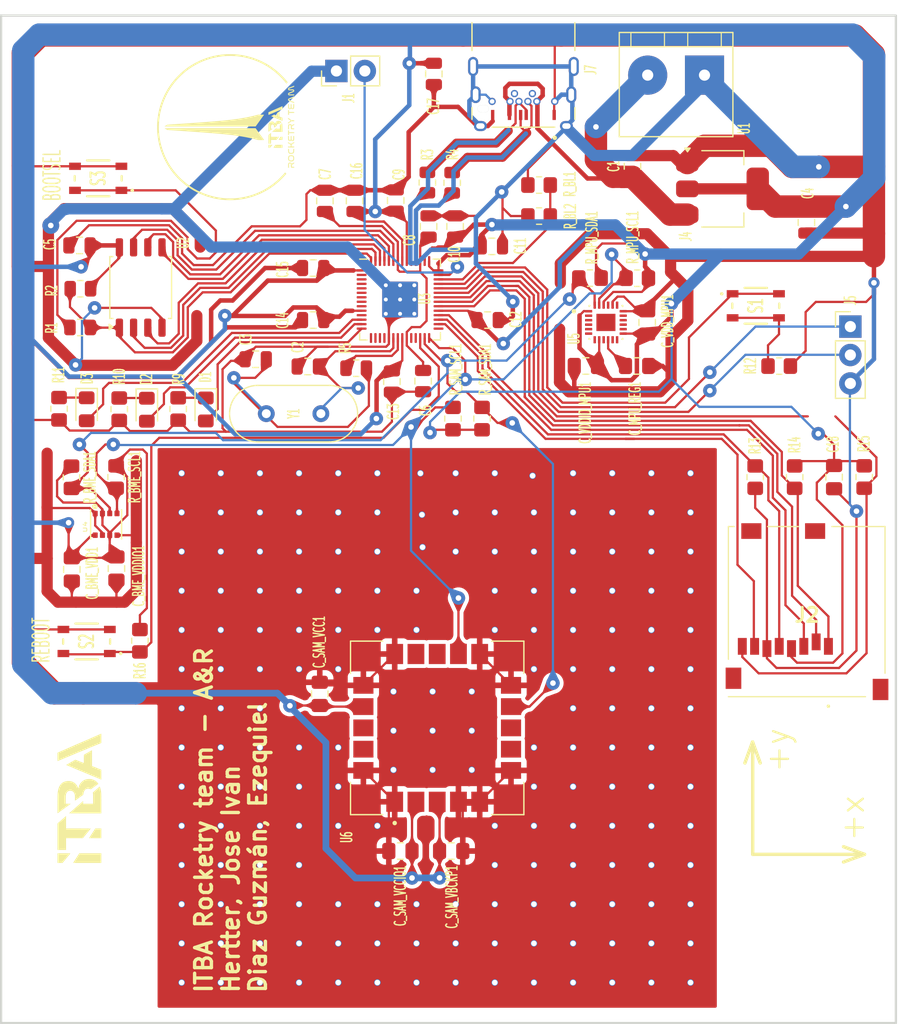
<source format=kicad_pcb>
(kicad_pcb (version 20241229) (generator "pcbnew") (generator_version "9.0")
  (layers (0 "F.Cu" signal) (2 "B.Cu" signal) (13 "F.Paste" user) (15 "B.Paste" user) (5 "F.SilkS" user "F.Silkscreen") (7 "B.SilkS" user "B.Silkscreen") (1 "F.Mask" user) (3 "B.Mask" user) (25 "Edge.Cuts" user))
  (net 0 "")
  (net 1 "GND")
  (net 2 "VBUS")
  (net 3 "/XIN")
  (net 4 "Net-(C3-Pad1)")
  (net 5 "+3V3")
  (net 6 "+1V1")
  (net 7 "/USB_D-")
  (net 8 "/USB_D+")
  (net 9 "/~{USB_BOOT}")
  (net 10 "Net-(D1-K)")
  (net 11 "/GPIO3")
  (net 12 "/GPIO12")
  (net 13 "/GPIO13")
  (net 14 "/LED_1")
  (net 15 "/GPIO14")
  (net 16 "/GPIO1")
  (net 17 "/GPIO15")
  (net 18 "/GPIO4")
  (net 19 "/GPIO8")
  (net 20 "/GPIO0")
  (net 21 "/LED_2")
  (net 22 "/GPIO7")
  (net 23 "/GPIO6")
  (net 24 "/GPIO2")
  (net 25 "/SWD")
  (net 26 "/SWCLK")
  (net 27 "/RUN")
  (net 28 "/QSPI_SS")
  (net 29 "Net-(U3-USB_DP)")
  (net 30 "Net-(U3-USB_DM)")
  (net 31 "/XOUT")
  (net 32 "/QSPI_SD3")
  (net 33 "/QSPI_SCLK")
  (net 34 "/QSPI_SD0")
  (net 35 "/QSPI_SD1")
  (net 36 "/QSPI_SD2")
  (net 37 "Net-(U5-REGOUT)")
  (net 62 "/servo")
  (net 63 "/SCL")
  (net 64 "/SDA")
  (net 65 "/UART_Rx")
  (net 66 "/UART_Tx")
  (net 67 "Net-(D2-K)")
  (net 68 "Net-(D3-K)")
  (net 69 "/LED_3")
  (net 70 "/GPIO5")
  (net 71 "Net-(S1-COM_1)")
  (net 72 "/SW_1")
  (net 73 "/BAT_LVL")
  (net 74 "/GPIO18")
  (net 75 "/SD_DAT1")
  (net 76 "/SD_DAT2")
  (net 77 "/SD_CLK")
  (net 78 "/SD_DAT3")
  (net 79 "/SD_CMD")
  (net 80 "/SD_DAT0")
  (footprint "LED_SMD:LED_0805_2012Metric_Pad1.15x1.40mm_HandSolder" (layer "F.Cu") (at 68.908 70.527984 -90)
    (property "Reference" "D2")
    (property "Value" "LED")
  )
  (footprint "TCLib:C_0805" (layer "F.Cu") (at 66.190707 84.716191 -90)
    (property "Reference" "C_BME_VDDIO1")
    (property "Value" "100n")
  )
  (footprint "Capacitor_SMD:C_0805_2012Metric" (layer "F.Cu") (at 94.1 54.162836 90)
    (property "Reference" "C8")
    (property "Value" "1u" (hide yes))
  )
  (footprint "Resistor_SMD:R_0805_2012Metric" (layer "F.Cu") (at 62.968359 59.723927 180)
    (property "Reference" "R2")
    (property "Value" "DNF")
  )
  (footprint "TCLib:R_0805" (layer "F.Cu") (at 133.05 76.542984 -90)
    (property "Reference" "R15")
    (property "Value" "10k")
  )
  (footprint "my_lib:Logo_ITBA" (layer "F.Cu") (at 62.88 105.24 90)
    (property "Reference" "G***" (hide yes))
    (property "Value" "LOGO" (hide yes))
  )
  (footprint "my_lib:SAMESKY_UJ20-C-H-G-SMT-6-P16-TR" (layer "F.Cu") (at 102.58 40.62 180)
    (property "Reference" "J7")
    (property "Value" "UJ20-C-H-G-SMT-6-P16-TR")
    (fp_line (start 3.775 -2.695) (end 3.425 -2.695) (stroke (width 0.01)) (layer "Edge.Cuts"))
    (fp_line (start 3.425 -3.345) (end 3.775 -3.345) (stroke (width 0.01)) (layer "Edge.Cuts"))
    (fp_arc (start 4.1 -3.02) (mid 4.00481 -2.79019) (end 3.775 -2.695) (stroke (width 0.01)) (layer "Edge.Cuts"))
    (fp_arc (start 3.775 -3.345) (mid 4.00481 -3.24981) (end 4.1 -3.02) (stroke (width 0.01)) (layer "Edge.Cuts"))
    (fp_arc (start 3.425 -2.695) (mid 3.19519 -2.79019) (end 3.1 -3.02) (stroke (width 0.01)) (layer "Edge.Cuts"))
    (fp_arc (start 3.1 -3.02) (mid 3.19519 -3.24981) (end 3.425 -3.345) (stroke (width 0.01)) (layer "Edge.Cuts"))
  )
  (footprint "Capacitor_SMD:C_0805_2012Metric" (layer "F.Cu") (at 96.47 54.162836 90)
    (property "Reference" "C10")
    (property "Value" "1u" (hide yes))
  )
  (footprint "Capacitor_SMD:C_0805_2012Metric" (layer "F.Cu") (at 112.33 48.782836 90)
    (property "Reference" "C1")
    (property "Value" "10u" (hide yes))
  )
  (footprint "TCLib:R_0805" (layer "F.Cu") (at 123.303333 76.552984 -90)
    (property "Reference" "R13")
    (property "Value" "R")
  )
  (footprint "Crystal:Crystal_HC49-4H_Vertical" (layer "F.Cu") (at 79.59 70.882984)
    (property "Reference" "Y1")
    (property "Value" "Crystal")
  )
  (footprint "TCLib:R_0805" (layer "F.Cu") (at 62.170707 76.566191 -90)
    (property "Reference" "R_BME_SDA1")
    (property "Value" "R")
  )
  (footprint "TCLib:R_0805" (layer "F.Cu") (at 68.29 91.17 -90)
    (property "Reference" "R16")
    (property "Value" "10k")
  )
  (footprint "TCLib:C_0805" (layer "F.Cu") (at 108.1625 66.622984 180)
    (property "Reference" "C_VDDIO_MPU1")
    (property "Value" "10n")
  )
  (footprint "Capacitor_SMD:C_0805_2012Metric" (layer "F.Cu") (at 127.88 53.802836 -90)
    (property "Reference" "C4")
    (property "Value" "10u" (hide yes))
  )
  (footprint "TCLib:PinHeader_1x03_P2.54mm_Vertical" (layer "F.Cu") (at 131.81 63.105)
    (property "Reference" "J5")
    (property "Value" "Connector_3_Pol")
  )
  (footprint "TCLib:R_0805" (layer "F.Cu") (at 103.98 53.23 180)
    (property "Reference" "R_BL2")
    (property "Value" "R")
  )
  (footprint "Package_TO_SOT_SMD:SOT-223-3_TabPin2" (layer "F.Cu") (at 120.38 50.800336)
    (property "Reference" "U1")
    (property "Value" "NCP1117-3.3_SOT223" (hide yes))
  )
  (footprint "TCLib:R_0805" (layer "F.Cu") (at 66.160707 76.546191 -90)
    (property "Reference" "R_BME_SCL1")
    (property "Value" "R")
  )
  (footprint "Resistor_SMD:R_0805_2012Metric" (layer "F.Cu") (at 93.99 50.237836 -90)
    (property "Reference" "R3")
    (property "Value" "27" (hide yes))
  )
  (footprint "TCLib:C_0805" (layer "F.Cu") (at 91.5825 109.952984 180)
    (property "Reference" "C_SAM_VCCIO1")
    (property "Value" "C")
  )
  (footprint "Resistor_SMD:R_0805_2012Metric_Pad1.20x1.40mm_HandSolder" (layer "F.Cu") (at 71.71 70.465484 -90)
    (property "Reference" "R9")
    (property "Value" "R")
  )
  (footprint "TCLib:PinHeader_1x02_P2.54mm_Vertical" (layer "F.Cu") (at 85.86 40.27 90)
    (property "Reference" "J1")
    (property "Value" "Connector_2_Pol")
  )
  (footprint "my_lib:PTS810SJK250SMTRLFS" (layer "F.Cu") (at 63.525 91.235 180)
    (property "Reference" "S2")
    (property "Value" "PTS810SJK250SMTR_LFS" (hide yes))
  )
  (footprint "MountingHole:MountingHole_3.5mm" (layer "F.Cu") (at 128.38 42.822984)
    (property "Reference" "H2" (hide yes))
    (property "Value" "MountingHole")
  )
  (footprint "Package_SO:SOIC-8_5.3x5.3mm_P1.27mm" (layer "F.Cu") (at 68.359747 59.613927 90)
    (property "Reference" "U2")
    (property "Value" "W25Q128JVS")
  )
  (footprint "my_lib:Logo_ITBA_rocketry" (layer "F.Cu") (at 76.53 45.25 90)
    (property "Reference" "G***" (hide yes))
    (property "Value" "LOGO" (hide yes))
  )
  (footprint "MountingHole:MountingHole_3.5mm" (layer "F.Cu") (at 63.38 42.822984)
    (property "Reference" "H1" (hide yes))
    (property "Value" "MountingHole")
  )
  (footprint "TCLib:R_0805" (layer "F.Cu") (at 66.44 70.482984 -90)
    (property "Reference" "R10")
    (property "Value" "R")
  )
  (footprint "TCLib:R_0805" (layer "F.Cu") (at 103.98 50.46)
    (property "Reference" "R_BL1")
    (property "Value" "R")
  )
  (footprint "LED_SMD:LED_0805_2012Metric_Pad1.15x1.40mm_HandSolder" (layer "F.Cu") (at 74.178 70.510484 -90)
    (property "Reference" "D1")
    (property "Value" "LED")
  )
  (footprint "TCLib:C_0805" (layer "F.Cu") (at 130.356666 76.552984 -90)
    (property "Reference" "C18")
    (property "Value" "10u")
  )
  (footprint "Capacitor_SMD:C_0805_2012Metric" (layer "F.Cu") (at 93.61 67.972836 -90)
    (property "Reference" "C6")
    (property "Value" "100n" (hide yes))
  )
  (footprint "TCLib:C_0805" (layer "F.Cu") (at 113.6425 62.732984 90)
    (property "Reference" "C_VDD_MPU1")
    (property "Value" "100n")
  )
  (footprint "LED_SMD:LED_0805_2012Metric_Pad1.15x1.40mm_HandSolder" (layer "F.Cu") (at 63.528 70.490484 -90)
    (property "Reference" "D3")
    (property "Value" "LED")
  )
  (footprint "TCLib:C_0805" (layer "F.Cu") (at 112.7425 66.622984)
    (property "Reference" "C_MPU_REG1")
    (property "Value" "100n")
  )
  (footprint "TCLib:R_0805" (layer "F.Cu") (at 98.88 71.322984 90)
    (property "Reference" "R_SAM_SDA1")
    (property "Value" "R")
  )
  (footprint "MountingHole:MountingHole_3.5mm" (layer "F.Cu") (at 63.38 117.822984)
    (property "Reference" "H4" (hide yes))
    (property "Value" "MountingHole")
  )
  (footprint "Capacitor_SMD:C_0805_2012Metric" (layer "F.Cu") (at 94.57 40.532836 -90)
    (property "Reference" "C17")
    (property "Value" "10u")
  )
  (footprint "Capacitor_SMD:C_0805_2012Metric" (layer "F.Cu") (at 83.78 62.522984 180)
    (property "Reference" "C14")
    (property "Value" "100n" (hide yes))
  )
  (footprint "my_lib:MPU-9250" (layer "F.Cu") (at 109.955 62.732984)
    (property "Reference" "U5")
    (property "Value" "MPU-9250")
  )
  (footprint "TCLib:C_0805" (layer "F.Cu") (at 62.200707 84.796191 -90)
    (property "Reference" "C_BME_VDD1")
    (property "Value" "100n")
  )
  (footprint "my_lib:PTS810SJK250SMTRLFS" (layer "F.Cu") (at 64.56 49.86 180)
    (property "Reference" "S3")
    (property "Value" "PTS810SJK250SMTR_LFS" (hide yes))
  )
  (footprint "TCLib:C_0805" (layer "F.Cu") (at 84.37 95.915484 90)
    (property "Reference" "C_SAM_VCC1")
    (property "Value" "C")
  )
  (footprint "Resistor_SMD:R_0805_2012Metric" (layer "F.Cu") (at 96.21 50.257836 -90)
    (property "Reference" "R4")
    (property "Value" "27" (hide yes))
  )
  (footprint "TCLib:R_0805" (layer "F.Cu") (at 112.76 58.782984 180)
    (property "Reference" "R_MPU_SCL1")
    (property "Value" "R")
  )
  (footprint "Resistor_SMD:R_0805_2012Metric" (layer "F.Cu") (at 62.947247 63.183927 180)
    (property "Reference" "R1")
    (property "Value" "1k")
  )
  (footprint "TCLib:R_0805" (layer "F.Cu") (at 108.53 58.772984 180)
    (property "Reference" "R_MPU_SDA1")
    (property "Value" "R")
  )
  (footprint "my_lib:PTS810SJK250SMTRLFS" (layer "F.Cu") (at 123.355 61.247984)
    (property "Reference" "S1")
    (property "Value" "PTS810SJK250SMTR_LFS" (hide yes))
  )
  (footprint "Capacitor_SMD:C_0805_2012Metric" (layer "F.Cu") (at 90.82 68.012836 -90)
    (property "Reference" "C13")
    (property "Value" "100n" (hide yes))
  )
  (footprint "Capacitor_SMD:C_0805_2012Metric" (layer "F.Cu") (at 83.78 57.872984 180)
    (property "Reference" "C15")
    (property "Value" "100n" (hide yes))
  )
  (footprint "TCLib:R_0805" (layer "F.Cu") (at 125.45 66.632984)
    (property "Reference" "R12")
    (property "Value" "R")
  )
  (footprint "Capacitor_SMD:C_0805_2012Metric" (layer "F.Cu") (at 84.83 51.872984 90)
    (property "Reference" "C7")
    (property "Value" "100n" (hide yes))
  )
  (footprint "TCLib:R_0805" (layer "F.Cu") (at 61.06 70.445484 -90)
    (property "Reference" "R11")
    (property "Value" "R")
  )
  (footprint "MountingHole:MountingHole_3.5mm" (layer "F.Cu") (at 128.38 117.822984)
    (property "Reference" "H3" (hide yes))
    (property "Value" "MountingHole")
  )
  (footprint "TCLib:Bornera_2_P5mm" (layer "F.Cu") (at 118.77 40.642836 180)
    (property "Reference" "J4")
    (property "Value" "Terminal_2")
  )
  (footprint "my_lib:PSON65P250X250X100-8N" (layer "F.Cu") (at 65.265707 80.771191 90)
    (property "Reference" "U4")
    (property "Value" "BME280")
  )
  (footprint "Capacitor_SMD:C_0805_2012Metric" (layer "F.Cu") (at 99.76 55.94)
    (property "Reference" "C11")
    (property "Value" "100n" (hide yes))
  )
  (footprint "TCLib:R_0805" (layer "F.Cu") (at 96.28 71.322984 90)
    (property "Reference" "R_SAM_SCL1")
    (property "Value" "R")
  )
  (footprint "Resistor_SMD:R_0805_2012Metric" (layer "F.Cu") (at 87.63 66.822984)
    (property "Reference" "R5")
    (property "Value" "1k" (hide yes))
  )
  (footprint "Capacitor_SMD:C_0805_2012Metric" (layer "F.Cu") (at 99.38 62.522984)
    (property "Reference" "C12")
    (property "Value" "100n" (hide yes))
  )
  (footprint "Capacitor_SMD:C_0805_2012Metric" (layer "F.Cu") (at 83.3 66.672984 180)
    (property "Reference" "C2")
    (property "Value" "15p" (hide yes))
  )
  (footprint "RP2040_minimal_r2:RP2040-QFN-56" (layer "F.Cu") (at 91.55 60.687836)
    (property "Reference" "U3")
    (property "Value" "RP2040")
  )
  (footprint "Capacitor_SMD:C_0805_2012Metric" (layer "F.Cu") (at 91.16 51.842836 90)
    (property "Reference" "C9")
    (property "Value" "100n" (hide yes))
  )
  (footprint "my_lib:693071010811" (layer "F.Cu") (at 127.91 88.57)
    (property "Reference" "J2")
    (property "Value" "503398-1892" (hide yes))
  )
  (footprint "TCLib:C_0805" (layer "F.Cu") (at 96.12 109.952984)
    (property "Reference" "C_SAM_VBCKP1")
    (property "Value" "C")
  )
  (footprint "Capacitor_SMD:C_0805_2012Metric" (layer "F.Cu") (at 78.64 66.022984 180)
    (property "Reference" "C3")
    (property "Value" "15p" (hide yes))
  )
  (footprint "TCLib:R_0805" (layer "F.Cu") (at 126.83 76.552984 -90)
    (property "Reference" "R14")
    (property "Value" "10k")
  )
  (footprint "Capacitor_SMD:C_0805_2012Metric" (layer "F.Cu") (at 62.888359 55.853927 180)
    (property "Reference" "C5")
    (property "Value" "100n")
  )
  (footprint "my_lib:MODULE_SAM-M8Q-0-10" (layer "F.Cu") (at 94.87 98.952984 90)
    (property "Reference" "U6")
    (property "Value" "SAM-M8Q-0-10")
  )
  (footprint "Capacitor_SMD:C_0805_2012Metric" (layer "F.Cu") (at 87.48 51.872984 90)
    (property "Reference" "C16")
    (property "Value" "100n" (hide yes))
  )
  (gr_line (start 123.06596 100.210615) (end 122.38192 102.09) (stroke (width 0.3)) (layer "F.SilkS"))
  (gr_line (start 123.06596 100.210615) (end 123.75 102.09) (stroke (width 0.3)) (layer "F.SilkS"))
  (gr_line (start 133.07798 110.250308) (end 131.198595 110.934348) (stroke (width 0.3)) (layer "F.SilkS"))
  (gr_line (start 133.07798 110.250308) (end 131.198595 109.566268) (stroke (width 0.3)) (layer "F.SilkS"))
  (gr_line (start 123.07798 110.250308) (end 133.07798 110.250308) (stroke (width 0.3)) (layer "F.SilkS"))
  (gr_line (start 123.07798 110.250308) (end 123.07798 100.250308) (stroke (width 0.3)) (layer "F.SilkS"))
  (gr_rect (start 55.88 35.322984) (end 135.88 125.322984) (stroke (width 0.2)) (fill no) (layer "Edge.Cuts"))
  (gr_text "+x" (at 133.18 109.22 90) (layer "F.SilkS") (effects (font (size 2 2) (thickness 0.2)) (justify left bottom)))
  (gr_text "BOOTSEL" (at 61.32 51.97 90) (layer "F.SilkS") (effects (font (size 1.5 0.7) (thickness 0.125) (bold yes)) (justify left bottom)))
  (gr_text "+y" (at 126.49 103.09 90) (layer "F.SilkS") (effects (font (size 2 2) (thickness 0.2) (bold yes)) (justify left bottom)))
  (gr_text "REBOOT\n" (at 60.34 93.22 90) (layer "F.SilkS") (effects (font (size 1.5 0.7) (thickness 0.125) (bold yes)) (justify left bottom)))
  (gr_text "ITBA Rocketry team - A&R\nHertter, Jose Ivan\nDiaz Guzmán, Ezequiel" (at 79.71 122.78 90) (layer "F.SilkS") (effects (font (size 1.5 1.5) (thickness 0.3) (bold yes)) (justify left bottom)))
  (segment (start 59.995707 86.753691) (end 60.965707 87.723691) (width 1) (layer "F.Cu") (net 1))
  (segment (start 59.995707 83.813691) (end 59.995707 86.753691) (width 1) (layer "F.Cu") (net 1))
  (segment (start 66.190707 87.708691) (end 66.205707 87.723691) (width 0.2) (layer "F.Cu") (net 1))
  (segment (start 132.358091 79.591909) (end 130.356666 77.590484) (width 0.2) (layer "F.Cu") (net 1))
  (segment (start 67.97 82.399398) (end 67.97 75.09) (width 1) (layer "F.Cu") (net 1))
  (segment (start 94.260148 43.792836) (end 94.57 43.482984) (width 0.4) (layer "F.Cu") (net 1))
  (segment (start 57.858909 57.733927) (end 57.83 57.762836) (width 1) (layer "F.Cu") (net 1))
  (segment (start 127.81 65.272984) (end 127.81 61.812984) (width 0.2) (layer "F.Cu") (net 1))
  (segment (start 58.02 80.422836) (end 57.83 80.232836) (width 1) (layer "F.Cu") (net 1))
  (segment (start 65.5315 72.391484) (end 66.44 71.482984) (width 0.2) (layer "F.Cu") (net 1))
  (segment (start 100.71 52.49) (end 100.71 51.07) (width 0.2) (layer "F.Cu") (net 1))
  (segment (start 116.23 58.722984) (end 115.7375 58.230484) (width 1) (layer "F.Cu") (net 1))
  (segment (start 57.82 57.752836) (end 57.82 48.74) (width 2) (layer "F.Cu") (net 1))
  (segment (start 126.45 66.632984) (end 127.81 65.272984) (width 0.2) (layer "F.Cu") (net 1))
  (segment (start 115.98 47.832836) (end 112.73903 47.832836) (width 1) (layer "F.Cu") (net 1))
  (segment (start 71.237535 52.573927) (end 73.683359 55.019751) (width 1) (layer "F.Cu") (net 1))
  (segment (start 57.83 64.572836) (end 57.83 71.552984) (width 2) (layer "F.Cu") (net 1))
  (segment (start 98.67 105.552984) (end 101.47 102.752984) (width 0.2) (layer "F.Cu") (net 1))
  (segment (start 113.6425 61.695484) (end 113.6425 61.310484) (width 0.4) (layer "F.Cu") (net 1))
  (segment (start 96.737164 43.48) (end 94.572984 43.48) (width 0.4) (layer "F.Cu") (net 1))
  (segment (start 90.82 71.602984) (end 89.93 72.492984) (width 0.2) (layer "F.Cu") (net 1))
  (segment (start 57.85 90.16) (end 57.83 90.14) (width 0.2) (layer "F.Cu") (net 1))
  (segment (start 94.57 43.482984) (end 94.57 41.482836) (width 0.4) (layer "F.Cu") (net 1))
  (segment (start 59.025074 64.67791) (end 59.025074 64.668058) (width 0.4) (layer "F.Cu") (net 1))
  (segment (start 64.290707 79.801191) (end 63.803207 79.313691) (width 0.2) (layer "F.Cu") (net 1))
  (segment (start 90.55 64.125336) (end 90.55 61.962836) (width 0.2) (layer "F.Cu") (net 1))
  (segment (start 97.09 37.182984) (end 97.18 37.092984) (width 1) (layer "F.Cu") (net 1))
  (segment (start 85.1 64.903984) (end 78.649 64.903984) (width 0.2) (layer "F.Cu") (net 1))
  (segment (start 90.86 68.922836) (end 90.82 68.962836) (width 0.2) (layer "F.Cu") (net 1))
  (segment (start 67.97 82.399398) (end 67.97 86.66) (width 1) (layer "F.Cu") (net 1))
  (segment (start 60.109747 57.733927) (end 60.109747 53.983089) (width 1) (layer "F.Cu") (net 1))
  (segment (start 98.735 45.19) (end 98.447164 45.19) (width 0.4) (layer "F.Cu") (net 1))
  (segment (start 105.95 37.092984) (end 132.21 37.092984) (width 2) (layer "F.Cu") (net 1))
  (segment (start 101.47 95.152984) (end 98.67 92.352984) (width 0.2) (layer "F.Cu") (net 1))
  (segment (start 57.83 90.14) (end 57.83 93.08) (width 2) (layer "F.Cu") (net 1))
  (segment (start 83.53 50.922984) (end 83.18 51.272984) (width 0.2) (layer "F.Cu") (net 1))
  (segment (start 76.43 66.162984) (end 75.68 66.912984) (width 0.2) (layer "F.Cu") (net 1))
  (segment (start 113.634 54.811984) (end 108.541 54.811984) (width 1) (layer "F.Cu") (net 1))
  (segment (start 113.78 66.622984) (end 115.02 66.622984) (width 0.4) (layer "F.Cu") (net 1))
  (segment (start 75.68 72.192984) (end 75.98 72.492984) (width 0.2) (layer "F.Cu") (net 1))
  (segment (start 59.025074 64.668058) (end 57.83 63.472984) (width 0.4) (layer "F.Cu") (net 1))
  (segment (start 59.995707 74.413691) (end 59.995707 79.253691) (width 1) (layer "F.Cu") (net 1))
  (segment (start 107.125 66.622984) (end 107.125 68.572984) (width 0.4) (layer "F.Cu") (net 1))
  (segment (start 60.109747 57.733927) (end 57.858909 57.733927) (width 1) (layer "F.Cu") (net 1))
  (segment (start 66.44 71.482984) (end 67.386 72.428984) (width 0.2) (layer "F.Cu") (net 1))
  (segment (start 58.92 64.572836) (end 59.025074 64.67791) (width 0.4) (layer "F.Cu") (net 1))
  (segment (start 60.109747 57.733927) (end 60.109747 57.813927) (width 1) (layer "F.Cu") (net 1))
  (segment (start 105.33 44.2) (end 105.33 43.04) (width 0.2) (layer "F.Cu") (net 1))
  (segment (start 101.63 60.872984) (end 101.63 62.172984) (width 0.4) (layer "F.Cu") (net 1))
  (segment (start 117.28 59.772984) (end 116.23 58.722984) (width 1) (layer "F.Cu") (net 1))
  (segment (start 117.23 48.500336) (end 116.6475 48.500336) (width 1) (layer "F.Cu") (net 1))
  (segment (start 73.370747 64.399913) (end 71.563733 66.206927) (width 1) (layer "F.Cu") (net 1))
  (segment (start 128.98 48.842836) (end 128.99 48.832836) (width 2) (layer "F.Cu") (net 1))
  (segment (start 61.518909 52.573927) (end 71.237535 52.573927) (width 1) (layer "F.Cu") (net 1))
  (segment (start 110.555 61.187984) (end 110.555 60.867984) (width 0.2) (layer "F.Cu") (net 1))
  (segment (start 74.823101 57.609883) (end 73.097047 57.609883) (width 0.2) (layer "F.Cu") (net 1))
  (segment (start 73.38 62.123674) (end 73.38 64.382984) (width 1) (layer "F.Cu") (net 1))
  (segment (start 63.23 95.87) (end 70.217016 95.87) (width 2) (layer "F.Cu") (net 1))
  (segment (start 75.98 72.492984) (end 89.93 72.492984) (width 0.2) (layer "F.Cu") (net 1))
  (segment (start 124.35 92.74) (end 125.21 93.6) (width 0.2) (layer "F.Cu") (net 1))
  (segment (start 70.264747 63.201427) (end 70.264747 62.388928) (width 0.2) (layer "F.Cu") (net 1))
  (segment (start 124.35 91.87) (end 124.35 92.74) (width 0.2) (layer "F.Cu") (net 1))
  (segment (start 66.190707 85.753691) (end 66.190707 87.708691) (width 0.2) (layer "F.Cu") (net 1))
  (segment (start 105.88 57.472984) (end 105.88 59.222984) (width 1) (layer "F.Cu") (net 1))
  (segment (start 83.18 51.272984) (end 83.18 53.572984) (width 0.2) (layer "F.Cu") (net 1))
  (segment (start 105.38 42.99) (end 105.38 37.662984) (width 0.2) (layer "F.Cu") (net 1))
  (segment (start 72.061747 56.574583) (end 72.061747 55.216737) (width 0.2) (layer "F.Cu") (net 1))
  (segment (start 96.6075 106.200484) (end 96.22 105.812984) (width 0.2) (layer "F.Cu") (net 1))
  (segment (start 105.38 37.662984) (end 105.95 37.092984) (width 0.2) (layer "F.Cu") (net 1))
  (segment (start 114.78 68.932984) (end 115.78 67.932984) (width 1) (layer "F.Cu") (net 1))
  (segment (start 90.55 64.66061) (end 90.55 64.125336) (width 0.2) (layer "F.Cu") (net 1))
  (segment (start 57.82 48.74) (end 57.82 38.672984) (width 2) (layer "F.Cu") (net 1))
  (segment (start 72.061747 55.216737) (end 70.896937 54.051927) (width 0.2) (layer "F.Cu") (net 1))
  (segment (start 61.06 71.445484) (end 62.006 72.391484) (width 0.2) (layer "F.Cu") (net 1))
  (segment (start 67.768809 81.741191) (end 66.240707 81.741191) (width 0.2) (layer "F.Cu") (net 1))
  (segment (start 87.48 50.922984) (end 91.129852 50.922984) (width 0.4) (layer "F.Cu") (net 1))
  (segment (start 69.308655 61.432836) (end 64.24 61.432836) (width 0.2) (layer "F.Cu") (net 1))
  (segment (start 71.199057 66.563927) (end 62.569747 66.563927) (width 1) (layer "F.Cu") (net 1))
  (segment (start 110.994704 60.42828) (end 111.565397 60.42828) (width 0.2) (layer "F.Cu") (net 1))
  (segment (start 73.38 64.382984) (end 73.370747 64.392237) (width 1) (layer "F.Cu") (net 1))
  (segment (start 113.6425 61.310484) (end 116.23 58.722984) (width 0.4) (layer "F.Cu") (net 1))
  (segment (start 133.221215 60.901769) (end 133.92 60.202984) (width 0.2) (layer "F.Cu") (net 1))
  (segment (start 62.200707 87.358691) (end 62.565707 87.723691) (width 0.2) (layer "F.Cu") (net 1))
  (segment (start 111.5 61.732984) (end 113.605 61.732984) (width 0.2) (layer "F.Cu") (net 1))
  (segment (start 98.507164 53.212836) (end 96.47 53.212836) (width 0.2) (layer "F.Cu") (net 1))
  (segment (start 65.6 90.16) (end 57.85 90.16) (width 0.2) (layer "F.Cu") (net 1))
  (segment (start 84.83 50.922984) (end 87.48 50.922984) (width 0.4) (layer "F.Cu") (net 1))
  (segment (start 90.82 68.962836) (end 90.82 71.602984) (width 0.2) (layer "F.Cu") (net 1))
  (segment (start 82.35 66.672984) (end 84.119 64.903984) (width 0.2) (layer "F.Cu") (net 1))
  (segment (start 92.32 49.732836) (end 92.32 45.732984) (width 0.4) (layer "F.Cu") (net 1))
  (segment (start 59.995707 83.813691) (end 57.845707 83.813691) (width 1) (layer "F.Cu") (net 1))
  (segment (start 78.284148 54.148836) (end 74.823101 57.609883) (width 0.2) (layer "F.Cu") (net 1))
  (segment (start 59.995707 79.253691) (end 59.995707 83.813691) (width 1) (layer "F.Cu") (net 1))
  (segment (start 61.95 67.602836) (end 71.630148 67.602836) (width 0.4) (layer "F.Cu") (net 1))
  (segment (start 115.820148 56.832836) (end 115.7375 56.915484) (width 1) (layer "F.Cu") (net 1))
  (segment (start 115.78 67.932984) (end 115.78 64.072984) (width 1) (layer "F.Cu") (net 1))
  (segment (start 133.88 54.752836) (end 133.92 54.792836) (width 1) (layer "F.Cu") (net 1))
  (segment (start 84.83 50.922984) (end 83.53 50.922984) (width 0.2) (layer "F.Cu") (net 1))
  (segment (start 94.572984 43.48) (end 94.57 43.482984) (width 0.4) (layer "F.Cu") (net 1))
  (segment (start 76.061 63.171984) (end 74.48 64.752984) (width 0.4) (layer "F.Cu") (net 1))
  (segment (start 57.9375 71.445484) (end 57.83 71.552984) (width 0.2) (layer "F.Cu") (net 1))
  (segment (start 105.805 68.078132) (end 106.659852 68.932984) (width 1) (layer "F.Cu") (net 1))
  (segment (start 105.95 37.092984) (end 105.73 37.312984) (width 1) (layer "F.Cu") (net 1))
  (segment (start 88.27 95.152984) (end 84.645 95.152984) (width 0.2) (layer "F.Cu") (net 1))
  (segment (start 71.630148 67.602836) (end 74.48 64.752984) (width 0.4) (layer "F.Cu") (net 1))
  (segment (start 63.740359 54.051927) (end 61.938359 55.853927) (width 0.2) (layer "F.Cu") (net 1))
  (segment (start 110.555 60.867984) (end 110.994704 60.42828) (width 0.2) (layer "F.Cu") (net 1))
  (segment (start 125.21 93.6) (end 130.8 93.6) (width 0.2) (layer "F.Cu") (net 1))
  (segment (start 127.81 61.812984) (end 128.721215 60.901769) (width 0.2) (layer "F.Cu") (net 1))
  (segment (start 62.485 48.785) (end 57.865 48.785) (width 0.2) (layer "F.Cu") (net 1))
  (segment (start 92.32 45.732984) (end 94.260148 43.792836) (width 0.4) (layer "F.Cu") (net 1))
  (segment (start 102.98 53.23) (end 101.45 53.23) (width 0.2) (layer "F.Cu") (net 1))
  (segment (start 115.78 64.072984) (end 117.28 62.572984) (width 1) (layer "F.Cu") (net 1))
  (segment (start 57.83 57.762836) (end 57.83 63.472984) (width 2) (layer "F.Cu") (net 1))
  (segment (start 115.02 66.622984) (end 116.055 67.657984) (width 0.4) (layer "F.Cu") (net 1))
  (segment (start 100.71 55.94) (end 100.71 52.49) (width 0.2) (layer "F.Cu") (net 1))
  (segment (start 79.48 57.872984) (end 82.83 57.872984) (width 0.4) (layer "F.Cu") (net 1))
  (segment (start 90.306626 64.903984) (end 85.1 64.903984) (width 0.2) (layer "F.Cu") (net 1))
  (segment (start 133.83 54.882836) (end 133.92 54.792836) (width 1) (layer "F.Cu") (net 1))
  (segment (start 74.66 61.589865) (end 75.476881 60.772984) (width 0.4) (layer "F.Cu") (net 1))
  (segment (start 133.92 56.832836) (end 115.820148 56.832836) (width 1) (layer "F.Cu") (net 1))
  (segment (start 132.358091 92.041909) (end 132.358091 79.591909) (width 0.2) (layer "F.Cu") (net 1))
  (segment (start 62.103359 55.873927) (end 62.308359 55.873927) (width 0.2) (layer "F.Cu") (net 1))
  (segment (start 67.97 86.66) (end 66.906309 87.723691) (width 1) (layer "F.Cu") (net 1))
  (segment (start 133.92 54.792836) (end 133.92 56.832836) (width 2) (layer "F.Cu") (net 1))
  (segment (start 77.39 66.162984) (end 76.43 66.162984) (width 0.2) (layer "F.Cu") (net 1))
  (segment (start 76.58 60.772984) (end 79.48 57.872984) (width 0.4) (layer "F.Cu") (net 1))
  (segment (start 68 81.972382) (end 67.768809 81.741191) (width 0.2) (layer "F.Cu") (net 1))
  (segment (start 117.28 62.572984) (end 117.28 59.772984) (width 1) (layer "F.Cu") (net 1))
  (segment (start 98.447164 45.19) (end 96.737164 43.48) (width 0.4) (layer "F.Cu") (net 1))
  (segment (start 71.563733 66.206927) (end 71.556057 66.206927) (width 1) (layer "F.Cu") (net 1))
  (segment (start 133.92 59.192984) (end 133.92 56.832836) (width 0.4) (layer "F.Cu") (net 1))
  (segment (start 64.290707 80.876903) (end 64.940707 81.526903) (width 0.2) (layer "F.Cu") (net 1))
  (segment (start 101.63 62.172984) (end 101.28 62.522984) (width 0.4) (layer "F.Cu") (net 1))
  (segment (start 82.83 62.522984) (end 82.181 63.171984) (width 0.4) (layer "F.Cu") (net 1))
  (segment (start 73.370747 64.392237) (end 73.370747 64.399913) (width 1) (layer "F.Cu") (net 1))
  (segment (start 64.290707 79.801191) (end 64.290707 80.876903) (width 0.2) (layer "F.Cu") (net 1))
  (segment (start 128.721215 60.901769) (end 133.221215 60.901769) (width 0.2) (layer "F.Cu") (net 1))
  (segment (start 101.28 62.522984) (end 100.33 62.522984) (width 0.4) (layer "F.Cu") (net 1))
  (segment (start 111.565397 60.42828) (end 112.832601 61.695484) (width 0.2) (layer "F.Cu") (net 1))
  (segment (start 59.4 37.092984) (end 97.18 37.092984) (width 2) (layer "F.Cu") (net 1))
  (segment (start 66.635 48.785) (end 62.485 48.785) (width 0.2) (layer "F.Cu") (net 1))
  (segment (start 133.92 38.802984) (end 133.92 48.792836) (width 2) (layer "F.Cu") (net 1))
  (segment (start 90.545 109.952984) (end 90.545 106.077984) (width 0.2) (layer "F.Cu") (net 1))
  (segment (start 90.549 64.66161) (end 90.306626 64.903984) (width 0.2) (layer "F.Cu") (net 1))
  (segment (start 128.99 48.832836) (end 133.88 48.832836) (width 2) (layer "F.Cu") (net 1))
  (segment (start 100.68 51.04) (end 98.507164 53.212836) (width 0.2) (layer "F.Cu") (net 1))
  (segment (start 108.541 54.811984) (end 105.88 57.472984) (width 1) (layer "F.Cu") (net 1))
  (segment (start 123.303333 79.303333) (end 123.303333 77.552984) (width 0.2) (layer "F.Cu") (net 1))
  (segment (start 62.565707 87.723691) (end 66.205707 87.723691) (width 1) (layer "F.Cu") (net 1))
  (segment (start 57.82 38.672984) (end 59.4 37.092984) (width 2) (layer "F.Cu") (net 1))
  (segment (start 64.940707 81.526903) (end 64.940707 81.741191) (width 0.2) (layer "F.Cu") (net 1))
  (segment (start 60.109747 53.983089) (end 61.518909 52.573927) (width 1) (layer "F.Cu") (net 1))
  (segment (start 60.62 95.87) (end 63.23 95.87) (width 2) (layer "F.Cu") (net 1))
  (segment (start 133.88 48.832836) (end 133.92 48.792836) (width 2) (layer "F.Cu") (net 1))
  (segment (start 97.18 37.092984) (end 105.95 37.092984) (width 2) (layer "F.Cu") (net 1))
  (segment (start 98.735 45.19) (end 99.4 45.19) (width 0.4) (layer "F.Cu") (net 1))
  (segment (start 124.72 46.952836) (end 126.61 48.842836) (width 2) (layer "F.Cu") (net 1))
  (segment (start 116.6475 48.500336) (end 115.98 47.832836) (width 1) (layer "F.Cu") (net 1))
  (segment (start 117.23 48.500336) (end 118.7775 46.952836) (width 2) (layer "F.Cu") (net 1))
  (segment (start 62.006 72.391484) (end 65.5315 72.391484) (width 0.2) (layer "F.Cu") (net 1))
  (segment (start 91.129852 50.922984) (end 91.16 50.892836) (width 0.4) (layer "F.Cu") (net 1))
  (segment (start 91.07 92.352984) (end 88.27 95.152984) (width 0.2) (layer "F.Cu") (net 1))
  (segment (start 106.659852 68.932984) (end 114.78 68.932984) (width 1) (layer "F.Cu") (net 1))
  (segment (start 91.16 50.892836) (end 92.32 49.732836) (width 0.4) (layer "F.Cu") (net 1))
  (segment (start 96.22 105.812984) (end 98.12 105.812984) (width 0.2) (layer "F.Cu") (net 1))
  (segment (start 82.604148 54.148836) (end 78.284148 54.148836) (width 0.2) (layer "F.Cu") (net 1))
  (segment (start 99.4 45.19) (end 99.83 44.76) (width 0.4) (layer "F.Cu") (net 1))
  (segment (start 132.21 37.092984) (end 133.92 38.802984) (width 2) (layer "F.Cu") (net 1))
  (segment (start 67.386 72.428984) (end 70.7465 72.428984) (width 0.2) (layer "F.Cu") (net 1))
  (segment (start 126.61 48.842836) (end 128.98 48.842836) (width 2) (layer "F.Cu") (net 1))
  (segment (start 75.98 72.492984) (end 72.7375 72.492984) (width 0.2) (layer "F.Cu") (net 1))
  (segment (start 75.476881 60.772984) (end 76.58 60.772984) (width 0.4) (layer "F.Cu") (net 1))
  (segment (start 105.805 63.322984) (end 105.805 68.078132) (width 1) (layer "F.Cu") (net 1))
  (segment (start 115.7375 56.915484) (end 113.634 54.811984) (width 1) (layer "F.Cu") (net 1))
  (segment (start 63.803207 79.313691) (end 60.055707 79.313691) (width 0.2) (layer "F.Cu") (net 1))
  (segment (start 113.605 61.732984) (end 113.6425 61.695484) (width 0.2) (layer "F.Cu") (net 1))
  (segment (start 94.260148 43.792836) (end 94.28 43.792836) (width 0.4) (layer "F.Cu") (net 1))
  (segment (start 133.92 48.792836) (end 133.92 54.792836) (width 2) (layer "F.Cu") (net 1))
  (segment (start 84.860148 50.892836) (end 84.83 50.922984) (width 0.4) (layer "F.Cu") (net 1))
  (segment (start 91.07 105.552984) (end 88.27 102.752984) (width 0.2) (layer "F.Cu") (net 1))
  (segment (start 57.83 80.232836) (end 57.83 90.14) (width 2) (layer "F.Cu") (net 1))
  (segment (start 133.97 59.242984) (end 133.92 59.192984) (width 0.4) (layer "F.Cu") (net 1))
  (segment (start 127.88 54.752836) (end 133.88 54.752836) (width 1) (layer "F.Cu") (net 1))
  (segment (start 60.109747 64.103927) (end 60.109747 57.733927) (width 1) (layer "F.Cu") (net 1))
  (segment (start 100.71 51.07) (end 100.68 51.04) (width 0.2) (layer "F.Cu") (net 1))
  (segment (start 124.35 80.35) (end 123.303333 79.303333) (width 0.2) (layer "F.Cu") (net 1))
  (segment (start 133.92 60.202984) (end 133.92 59.192984) (width 0.4) (layer "F.Cu") (net 1))
  (segment (start 70.896937 54.051927) (end 63.740359 54.051927) (width 0.2) (layer "F.Cu") (net 1))
  (segment (start 68 82.369398) (end 68 81.972382) (width 0.2) (layer "F.Cu") (net 1))
  (segment (start 60.965707 87.723691) (end 62.565707 87.723691) (width 1) (layer "F.Cu") (net 1))
  (segment (start 57.83 93.08) (end 60.62 95.87) (width 2) (layer "F.Cu") (net 1))
  (segment (start 62.569747 66.563927) (end 62.534328 66.528508) (width 1) (layer "F.Cu") (net 1))
  (segment (start 97.1575 109.952984) (end 97.1575 105.940484) (width 0.2) (layer "F.Cu") (net 1))
  (segment (start 115.7375 58.230484) (end 115.7375 56.915484) (width 1) (layer "F.Cu") (net 1))
  (segment (start 74.66 64.572984) (end 74.66 61.589865) (width 0.4) (layer "F.Cu") (net 1))
  (segment (start 94.1 53.212836) (end 96.47 53.212836) (width 0.2) (layer "F.Cu") (net 1))
  (segment (start 70.7465 72.428984) (end 71.71 71.465484) (width 0.2) (layer "F.Cu") (net 1))
  (segment (start 83.18 53.572984) (end 82.604148 54.148836) (width 0.2) (layer "F.Cu") (net 1))
  (segment (start 62.534328 66.528508) (end 60.109747 64.103927) (width 1) (layer "F.Cu") (net 1))
  (segment (start 101.45 53.23) (end 100.71 52.49) (width 0.2) (layer "F.Cu") (net 1))
  (segment (start 66.906309 87.723691) (end 66.205707 87.723691) (width 1) (layer "F.Cu") (net 1))
  (segment (start 60.055707 79.313691) (end 59.995707 79.253691) (width 0.2) (layer "F.Cu") (net 1))
  (segment (start 118.7775 46.952836) (end 124.72 46.952836) (width 2) (layer "F.Cu") (net 1))
  (segment (start 57.865 48.785) (end 57.82 48.74) (width 0.2) (layer "F.Cu") (net 1))
  (segment (start 57.83 57.762836) (end 57.82 57.752836) (width 2) (layer "F.Cu") (net 1))
  (segment (start 70.264747 62.388928) (end 69.308655 61.432836) (width 0.2) (layer "F.Cu") (net 1))
  (segment (start 59.025074 64.67791) (end 61.95 67.602836) (width 0.4) (layer "F.Cu") (net 1))
  (segment (start 72.7375 72.492984) (end 71.71 71.465484) (width 0.2) (layer "F.Cu") (net 1))
  (segment (start 63.19 95.83) (end 63.23 95.87) (width 0.2) (layer "F.Cu") (net 1))
  (segment (start 73.683359 55.019751) (end 73.683359 56.003927) (width 1) (layer "F.Cu") (net 1))
  (segment (start 82.181 63.171984) (end 76.061 63.171984) (width 0.4) (layer "F.Cu") (net 1))
  (segment (start 62.200707 85.833691) (end 62.200707 87.358691) (width 0.2) (layer "F.Cu") (net 1))
  (segment (start 78.649 64.903984) (end 77.39 66.162984) (width 0.2) (layer "F.Cu") (net 1))
  (segment (start 57.83 63.472984) (end 57.83 64.572836) (width 2) (layer "F.Cu") (net 1))
  (segment (start 73.097047 57.609883) (end 72.061747 56.574583) (width 0.2) (layer "F.Cu") (net 1))
  (segment (start 61.06 71.445484) (end 57.9375 71.445484) (width 0.2) (layer "F.Cu") (net 1))
  (segment (start 93.61 68.922836) (end 90.86 68.922836) (width 0.2) (layer "F.Cu") (net 1))
  (segment (start 112.832601 61.695484) (end 113.6425 61.695484) (width 0.2) (layer "F.Cu") (net 1))
  (segment (start 105.815 63.312984) (end 105.805 63.322984) (width 1) (layer "F.Cu") (net 1))
  (segment (start 124.35 91.87) (end 124.35 80.35) (width 0.2) (layer "F.Cu") (net 1))
  (segment (start 74.48 64.752984) (end 74.66 64.572984) (width 0.4) (layer "F.Cu") (net 1))
  (segment (start 84.119 64.903984) (end 85.1 64.903984) (width 0.2) (layer "F.Cu") (net 1))
  (segment (start 71.556057 66.206927) (end 71.199057 66.563927) (width 1) (layer "F.Cu") (net 1))
  (segment (start 90.760148 68.962836) (end 90.82 68.962836) (width 0.2) (layer "F.Cu") (net 1))
  (segment (start 84.645 95.152984) (end 84.37 94.877984) (width 0.2) (layer "F.Cu") (net 1))
  (segment (start 75.68 66.912984) (end 75.68 72.192984) (width 0.2) (layer "F.Cu") (net 1))
  (segment (start 130.8 93.6) (end 132.358091 92.041909) (width 0.2) (layer "F.Cu") (net 1))
  (segment (start 70.217016 95.87) (end 70.8 96.452984) (width 2) (layer "F.Cu") (net 1))
  (segment (start 57.83 71.552984) (end 57.83 80.232836) (width 2) (layer "F.Cu") (net 1))
  (segment (start 105.33 43.04) (end 105.38 42.99) (width 0.2) (layer "F.Cu") (net 1))
  (via (at 117.52 118.202984) (size 0.6) (drill 0.5) (layers "F.Cu" "B.Cu") (net 1))
  (via (at 110.52 121.702984) (size 0.6) (drill 0.5) (layers "F.Cu" "B.Cu") (net 1))
  (via (at 79.02 90.202984) (size 0.6) (drill 0.5) (layers "F.Cu" "B.Cu") (net 1))
  (via (at 103.52 118.202984) (size 0.6) (drill 0.5) (layers "F.Cu" "B.Cu") (net 1))
  (via (at 117.52 83.202984) (size 0.6) (drill 0.5) (layers "F.Cu" "B.Cu") (net 1))
  (via (at 72.02 118.202984) (size 0.6) (drill 0.5) (layers "F.Cu" "B.Cu") (net 1))
  (via (at 96.52 83.202984) (size 0.6) (drill 0.5) (layers "F.Cu" "B.Cu") (net 1))
  (via (at 100.02 111.202984) (size 0.6) (drill 0.5) (layers "F.Cu" "B.Cu") (net 1))
  (via (at 100.02 90.202984) (size 0.6) (drill 0.5) (layers "F.Cu" "B.Cu") (net 1))
  (via (at 89.52 118.202984) (size 0.6) (drill 0.5) (layers "F.Cu" "B.Cu") (net 1))
  (via (at 72.02 76.202984) (size 0.6) (drill 0.5) (layers "F.Cu" "B.Cu") (net 1))
  (via (at 114.02 90.202984) (size 0.6) (drill 0.5) (layers "F.Cu" "B.Cu") (net 1))
  (via (at 72.02 79.702984) (size 0.6) (drill 0.5) (layers "F.Cu" "B.Cu") (net 1))
  (via (at 114.02 79.702984) (size 0.6) (drill 0.5) (layers "F.Cu" "B.Cu") (net 1))
  (via (at 79.02 79.702984) (size 0.6) (drill 0.5) (layers "F.Cu" "B.Cu") (net 1))
  (via (at 107.02 100.702984) (size 0.6) (drill 0.5) (layers "F.Cu" "B.Cu") (net 1))
  (via (at 100.02 86.702984) (size 0.6) (drill 0.5) (layers "F.Cu" "B.Cu") (net 1))
  (via (at 117.52 107.702984) (size 0.6) (drill 0.5) (layers "F.Cu" "B.Cu") (net 1))
  (via (at 103.52 86.702984) (size 0.6) (drill 0.5) (layers "F.Cu" "B.Cu") (net 1))
  (via (at 72.02 90.202984) (size 0.6) (drill 0.5) (layers "F.Cu" "B.Cu") (net 1))
  (via (at 107.02 86.702984) (size 0.6) (drill 0.5) (layers "F.Cu" "B.Cu") (net 1))
  (via (at 94.46 102.702984) (size 0.6) (drill 0.5) (layers "F.Cu" "B.Cu") (net 1))
  (via (at 100.636492 51.076492) (size 1.2) (drill 0.5) (layers "F.Cu" "B.Cu") (net 1))
  (via (at 86.02 86.702984) (size 0.6) (drill 0.5) (layers "F.Cu" "B.Cu") (net 1))
  (via (at 93.37 76.21) (size 0.6) (drill 0.5) (layers "F.Cu" "B.Cu") (net 1))
  (via (at 90.96 102.702984) (size 0.6) (drill 0.5) (layers "F.Cu" "B.Cu") (net 1))
  (via (at 103.52 114.702984) (size 0.6) (drill 0.5) (layers "F.Cu" "B.Cu") (net 1))
  (via (at 114.02 93.702984) (size 0.6) (drill 0.5) (layers "F.Cu" "B.Cu") (net 1))
  (via (at 96.52 114.702984) (size 0.6) (drill 0.5) (layers "F.Cu" "B.Cu") (net 1))
  (via (at 110.52 90.202984) (size 0.6) (drill 0.5) (layers "F.Cu" "B.Cu") (net 1))
  (via (at 75.52 114.702984) (size 0.6) (drill 0.5) (layers "F.Cu" "B.Cu") (net 1))
  (via (at 72.02 104.202984) (size 0.6) (drill 0.5) (layers "F.Cu" "B.Cu") (net 1))
  (via (at 117.52 97.202984) (size 0.6) (drill 0.5) (layers "F.Cu" "B.Cu") (net 1))
  (via (at 72.02 107.702984) (size 0.6) (drill 0.5) (layers "F.Cu" "B.Cu") (net 1))
  (via (at 82.52 111.202984) (size 0.6) (drill 0.5) (layers "F.Cu" "B.Cu") (net 1))
  (via (at 100.02 114.702984) (size 0.6) (drill 0.5) (layers "F.Cu" "B.Cu") (net 1))
  (via (at 114.02 86.702984) (size 0.6) (drill 0.5) (layers "F.Cu" "B.Cu") (net 1))
  (via (at 64.24 61.432836) (size 1.2) (drill 0.5) (layers "F.Cu" "B.Cu") (net 1))
  (via (at 82.52 100.702984) (size 0.6) (drill 0.5) (layers "F.Cu" "B.Cu") (net 1))
  (via (at 103.52 107.702984) (size 0.6) (drill 0.5) (layers "F.Cu" "B.Cu") (net 1))
  (via (at 117.52 104.202984) (size 0.6) (drill 0.5) (layers "F.Cu" "B.Cu") (net 1))
  (via (at 72.02 86.702984) (size 0.6) (drill 0.5) (layers "F.Cu" "B.Cu") (net 1))
  (via (at 79.02 76.202984) (size 0.6) (drill 0.5) (layers "F.Cu" "B.Cu") (net 1))
  (via (at 107.02 121.702984) (size 0.6) (drill 0.5) (layers "F.Cu" "B.Cu") (net 1))
  (via (at 107.02 76.202984) (size 0.6) (drill 0.5) (layers "F.Cu" "B.Cu") (net 1))
  (via (at 100.02 83.202984) (size 0.6) (drill 0.5) (layers "F.Cu" "B.Cu") (net 1))
  (via (at 79.02 97.202984) (size 0.6) (drill 0.5) (layers "F.Cu" "B.Cu") (net 1))
  (via (at 117.52 114.702984) (size 0.6) (drill 0.5) (layers "F.Cu" "B.Cu") (net 1))
  (via (at 82.52 118.202984) (size 0.6) (drill 0.5) (layers "F.Cu" "B.Cu") (net 1))
  (via (at 75.52 86.702984) (size 0.6) (drill 0.5) (layers "F.Cu" "B.Cu") (net 1))
  (via (at 107.02 93.702984) (size 0.6) (drill 0.5) (layers "F.Cu" "B.Cu") (net 1))
  (via (at 90.96 99.202984) (size 0.6) (drill 0.5) (layers "F.Cu" "B.Cu") (net 1))
  (via (at 107.02 79.702984) (size 0.6) (drill 0.5) (layers "F.Cu" "B.Cu") (net 1))
  (via (at 82.52 79.702984) (size 0.6) (drill 0.5) (layers "F.Cu" "B.Cu") (net 1))
  (via (at 86.02 76.202984) (size 0.6) (drill 0.5) (layers "F.Cu" "B.Cu") (net 1))
  (via (at 93.02 90.202984) (size 0.6) (drill 0.5) (layers "F.Cu" "B.Cu") (net 1))
  (via (at 86.02 114.702984) (size 0.6) (drill 0.5) (layers "F.Cu" "B.Cu") (net 1))
  (via (at 79.02 93.702984) (size 0.6) (drill 0.5) (layers "F.Cu" "B.Cu") (net 1))
  (via (at 114.02 97.202984) (size 0.6) (drill 0.5) (layers "F.Cu" "B.Cu") (net 1))
  (via (at 62.534328 66.528508) (size 1.2) (drill 0.5) (layers "F.Cu" "B.Cu") (net 1))
  (via (at 103.4 76.43) (size 0.6) (drill 0.5) (layers "F.Cu" "B.Cu") (net 1))
  (via (at 100.02 107.702984) (size 0.6) (drill 0.5) (layers "F.Cu" "B.Cu") (net 1))
  (via (at 93.51 79.91) (size 0.6) (drill 0.5) (layers "F.Cu" "B.Cu") (net 1))
  (via (at 75.52 100.702984) (size 0.6) (drill 0.5) (layers "F.Cu" "B.Cu") (net 1))
  (via (at 96.52 76.202984) (size 0.6) (drill 0.5) (layers "F.Cu" "B.Cu") (net 1))
  (via (at 75.52 97.202984) (size 0.6) (drill 0.5) (layers "F.Cu" "B.Cu") (net 1))
  (via (at 93.02 86.702984) (size 0.6) (drill 0.5) (layers "F.Cu" "B.Cu") (net 1))
  (via (at 79.02 104.202984) (size 0.6) (drill 0.5) (layers "F.Cu" "B.Cu") (net 1))
  (via (at 97.96 95.702984) (size 0.6) (drill 0.5) (layers "F.Cu" "B.Cu") (net 1))
  (via (at 86.02 104.202984) (size 0.6) (drill 0.5) (layers "F.Cu" "B.Cu") (net 1))
  (via (at 72.02 114.702984) (size 0.6) (drill 0.5) (layers "F.Cu" "B.Cu") (net 1))
  (via (at 82.52 104.202984) (size 0.6) (drill 0.5) (layers "F.Cu" "B.Cu") (net 1))
  (via (at 110.52 97.202984) (size 0.6) (drill 0.5) (layers "F.Cu" "B.Cu") (net 1))
  (via (at 103.52 83.202984) (size 0.6) (drill 0.5) (layers "F.Cu" "B.Cu") (net 1))
  (via (at 72.02 97.202984) (size 0.6) (drill 0.5) (layers "F.Cu" "B.Cu") (net 1))
  (via (at 107.02 83.202984) (size 0.6) (drill 0.5) (layers "F.Cu" "B.Cu") (net 1))
  (via (at 89.52 114.702984) (size 0.6) (drill 0.5) (layers "F.Cu" "B.Cu") (net 1))
  (via (at 114.02 76.202984) (size 0.6) (drill 0.5) (layers "F.Cu" "B.Cu") (net 1))
  (via (at 110.52 104.202984) (size 0.6) (drill 0.5) (layers "F.Cu" "B.Cu") (net 1))
  (via (at 75.52 121.702984) (size 0.6) (drill 0.5) (layers "F.Cu" "B.Cu") (net 1))
  (via (at 110.52 107.702984) (size 0.6) (drill 0.5) (layers "F.Cu" "B.Cu") (net 1))
  (via (at 75.52 104.202984) (size 0.6) (drill 0.5) (layers "F.Cu" "B.Cu") (net 1))
  (via (at 117.52 86.702984) (size 0.6) (drill 0.5) (layers "F.Cu" "B.Cu") (net 1))
  (via (at 79.02 86.702984) (size 0.6) (drill 0.5) (layers "F.Cu" "B.Cu") (net 1))
  (via (at 93.02 121.702984) (size 0.6) (drill 0.5) (layers "F.Cu" "B.Cu") (net 1))
  (via (at 103.52 90.202984) (size 0.6) (drill 0.5) (layers "F.Cu" "B.Cu") (net 1))
  (via (at 101.63 60.872984) (size 1.2) (drill 0.5) (layers "F.Cu" "B.Cu") (net 1))
  (via (at 79.02 100.702984) (size 0.6) (drill 0.5) (layers "F.Cu" "B.Cu") (net 1))
  (via (at 117.52 121.702984) (size 0.6) (drill 0.5) (layers "F.Cu" "B.Cu") (net 1))
  (via (at 82.52 121.702984) (size 0.6) (drill 0.5) (layers "F.Cu" "B.Cu") (net 1))
  (via (at 107.02 97.202984) (size 0.6) (drill 0.5) (layers "F.Cu" "B.Cu") (net 1))
  (via (at 82.52 93.702984) (size 0.6) (drill 0.5) (layers "F.Cu" "B.Cu") (net 1))
  (via (at 110.52 86.702984) (size 0.6) (drill 0.5) (layers "F.Cu" "B.Cu") (net 1))
  (via (at 93.02 118.202984) (size 0.6) (drill 0.5) (layers "F.Cu" "B.Cu") (net 1))
  (via (at 94.46 95.702984) (size 0.6) (drill 0.5) (layers "F.Cu" "B.Cu") (net 1))
  (via (at 100.02 76.202984) (size 0.6) (drill 0.5) (layers "F.Cu" "B.Cu") (net 1))
  (via (at 75.52 83.202984) (size 0.6) (drill 0.5) (layers "F.Cu" "B.Cu") (net 1))
  (via (at 100.02 118.202984) (size 0.6) (drill 0.5) (layers "F.Cu" "B.Cu") (net 1))
  (via (at 117.52 93.702984) (size 0.6) (drill 0.5) (layers "F.Cu" "B.Cu") (net 1))
  (via (at 93.02 114.702984) (size 0.6) (drill 0.5) (layers "F.Cu" "B.Cu") (net 1))
  (via (at 93.56 82.81) (size 0.6) (drill 0.5) (layers "F.Cu" "B.Cu") (net 1))
  (via (at 103.52 121.702984) (size 0.6) (drill 0.5) (layers "F.Cu" "B.Cu") (net 1))
  (via (at 89.52 86.702984) (size 0.6) (drill 0.5) (layers "F.Cu" "B.Cu") (net 1))
  (via (at 117.52 100.702984) (size 0.6) (drill 0.5) (layers "F.Cu" "B.Cu") (net 1))
  (via (at 86.02 100.702984) (size 0.6) (drill 0.5) (layers "F.Cu" "B.Cu") (net 1))
  (via (at 100.02 79.702984) (size 0.6) (drill 0.5) (layers "F.Cu" "B.Cu") (net 1))
  (via (at 110.52 111.202984) (size 0.6) (drill 0.5) (layers "F.Cu" "B.Cu") (net 1))
  (via (at 107.02 118.202984) (size 0.6) (drill 0.5) (layers "F.Cu" "B.Cu") (net 1))
  (via (at 114.02 83.202984) (size 0.6) (drill 0.5) (layers "F.Cu" "B.Cu") (net 1))
  (via (at 110.52 76.202984) (size 0.6) (drill 0.5) (layers "F.Cu" "B.Cu") (net 1))
  (via (at 114.02 104.202984) (size 0.6) (drill 0.5) (layers "F.Cu" "B.Cu") (net 1))
  (via (at 72.02 121.702984) (size 0.6) (drill 0.5) (layers "F.Cu" "B.Cu") (net 1))
  (via (at 107.02 111.202984) (size 0.6) (drill 0.5) (layers "F.Cu" "B.Cu") (net 1))
  (via (at 103.52 100.702984) (size 0.6) (drill 0.5) (layers "F.Cu" "B.Cu") (net 1))
  (via (at 75.52 93.702984) (size 0.6) (drill 0.5) (layers "F.Cu" "B.Cu") (net 1))
  (via (at 72.02 93.702984) (size 0.6) (drill 0.5) (layers "F.Cu" "B.Cu") (net 1))
  (via (at 86.02 121.702984) (size 0.6) (drill 0.5) (layers "F.Cu" "B.Cu") (net 1))
  (via (at 86.02 90.202984) (size 0.6) (drill 0.5) (layers "F.Cu" "B.Cu") (net 1))
  (via (at 82.52 114.702984) (size 0.6) (drill 0.5) (layers "F.Cu" "B.Cu") (net 1))
  (via (at 132.358091 79.591909) (size 1.2) (drill 0.5) (layers "F.Cu" "B.Cu") (net 1))
  (via (at 89.52 121.702984) (size 0.6) (drill 0.5) (layers "F.Cu" "B.Cu") (net 1))
  (via (at 110.52 83.202984) (size 0.6) (drill 0.5) (layers "F.Cu" "B.Cu") (net 1))
  (via (at 82.52 76.202984) (size 0.6) (drill 0.5) (layers "F.Cu" "B.Cu") (net 1))
  (via (at 89.52 83.202984) (size 0.6) (drill 0.5) (layers "F.Cu" "B.Cu") (net 1))
  (via (at 110.52 79.702984) (size 0.6) (drill 0.5) (layers "F.Cu" "B.Cu") (net 1))
  (via (at 96.52 79.702984) (size 0.6) (drill 0.5) (layers "F.Cu" "B.Cu") (net 1))
  (via (at 72.02 83.202984) (size 0.6) (drill 0.5) (layers "F.Cu" "B.Cu") (net 1))
  (via (at 114.02 111.202984) (size 0.6) (drill 0.5) (layers "F.Cu" "B.Cu") (net 1))
  (via (at 114.02 118.202984) (size 0.6) (drill 0.5) (layers "F.Cu" "B.Cu") (net 1))
  (via (at 117.52 90.202984) (size 0.6) (drill 0.5) (layers "F.Cu" "B.Cu") (net 1))
  (via (at 107.02 90.202984) (size 0.6) (drill 0.5) (layers "F.Cu" "B.Cu") (net 1))
  (via (at 110.52 114.702984) (size 0.6) (drill 0.5) (layers "F.Cu" "B.Cu") (net 1))
  (via (at 96.52 118.202984) (size 0.6) (drill 0.5) (layers "F.Cu" "B.Cu") (net 1))
  (via (at 79.02 111.202984) (size 0.6) (drill 0.5) (layers "F.Cu" "B.Cu") (net 1))
  (via (at 94.46 99.202984) (size 0.6) (drill 0.5) (layers "F.Cu" "B.Cu") (net 1))
  (via (at 117.52 111.202984) (size 0.6) (drill 0.5) (layers "F.Cu" "B.Cu") (net 1))
  (via (at 82.52 86.702984) (size 0.6) (drill 0.5) (layers "F.Cu" "B.Cu") (net 1))
  (via (at 110.52 118.202984) (size 0.6) (drill 0.5) (layers "F.Cu" "B.Cu") (net 1))
  (via (at 75.52 90.202984) (size 0.6) (drill 0.5) (layers "F.Cu" "B.Cu") (net 1))
  (via (at 96.52 121.702984) (size 0.6) (drill 0.5) (layers "F.Cu" "B.Cu") (net 1))
  (via (at 107.02 107.702984) (size 0.6) (drill 0.5) (layers "F.Cu" "B.Cu") (net 1))
  (via (at 89.52 76.202984) (size 0.6) (drill 0.5) (layers "F.Cu" "B.Cu") (net 1))
  (via (at 97.96 102.702984) (size 0.6) (drill 0.5) (layers "F.Cu" "B.Cu") (net 1))
  (via (at 90.96 95.702984) (size 0.6) (drill 0.5) (layers "F.Cu" "B.Cu") (net 1))
  (via (at 79.02 83.202984) (size 0.6) (drill 0.5) (layers "F.Cu" "B.Cu") (net 1))
  (via (at 117.52 76.202984) (size 0.6) (drill 0.5) (layers "F.Cu" "B.Cu") (net 1))
  (via (at 72.02 111.202984) (size 0.6) (drill 0.5) (layers "F.Cu" "B.Cu") (net 1))
  (via (at 114.02 107.702984) (size 0.6) (drill 0.5) (layers "F.Cu" "B.Cu") (net 1))
  (via (at 75.52 111.202984) (size 0.6) (drill 0.5) (layers "F.Cu" "B.Cu") (net 1))
  (via (at 86.02 79.702984) (size 0.6) (drill 0.5) (layers "F.Cu" "B.Cu") (net 1))
  (via (at 110.52 93.702984) (size 0.6) (drill 0.5) (layers "F.Cu" "B.Cu") (net 1))
  (via (at 89.52 79.702984) (size 0.6) (drill 0.5) (layers "F.Cu" "B.Cu") (net 1))
  (via (at 117.52 79.702984) (size 0.6) (drill 0.5) (layers "F.Cu" "B.Cu") (net 1))
  (via (at 89.52 90.202984) (size 0.6) (drill 0.5) (layers "F.Cu" "B.Cu") (net 1))
  (via (at 82.52 83.202984) (size 0.6) (drill 0.5) (layers "F.Cu" "B.Cu") (net 1))
  (via (at 79.02 107.702984) (size 0.6) (drill 0.5) (layers "F.Cu" "B.Cu") (net 1))
  (via (at 75.52 118.202984) (size 0.6) (drill 0.5) (layers "F.Cu" "B.Cu") (net 1))
  (via (at 60.32 54.072836) (size 1.5) (drill 0.5) (layers "F.Cu" "B.Cu") (net 1))
  (via (at 86.02 93.702984) (size 0.6) (drill 0.5) (layers "F.Cu" "B.Cu") (net 1))
  (via (at 86.02 118.202984) (size 0.6) (drill 0.5) (layers "F.Cu" "B.Cu") (net 1))
  (via (at 103.52 111.202984) (size 0.6) (drill 0.5) (layers "F.Cu" "B.Cu") (net 1))
  (via (at 114.02 121.702984) (size 0.6) (drill 0.5) (layers "F.Cu" "B.Cu") (net 1))
  (via (at 103.52 104.202984) (size 0.6) (drill 0.5) (layers "F.Cu" "B.Cu") (net 1))
  (via (at 114.02 100.702984) (size 0.6) (drill 0.5) (layers "F.Cu" "B.Cu") (net 1))
  (via (at 79.02 118.202984) (size 0.6) (drill 0.5) (layers "F.Cu" "B.Cu") (net 1))
  (via (at 86.02 107.702984) (size 0.6) (drill 0.5) (layers "F.Cu" "B.Cu") (net 1))
  (via (at 114.02 114.702984) (size 0.6) (drill 0.5) (layers "F.Cu" "B.Cu") (net 1))
  (via (at 72.02 100.702984) (size 0.6) (drill 0.5) (layers "F.Cu" "B.Cu") (net 1))
  (via (at 86.02 83.202984) (size 0.6) (drill 0.5) (layers "F.Cu" "B.Cu") (net 1))
  (via (at 75.52 107.702984) (size 0.6) (drill 0.5) (layers "F.Cu" "B.Cu") (net 1))
  (via (at 75.52 76.202984) (size 0.6) (drill 0.5) (layers "F.Cu" "B.Cu") (net 1))
  (via (at 79.02 114.702984) (size 0.6) (drill 0.5) (layers "F.Cu" "B.Cu") (net 1))
  (via (at 128.99 48.832836) (size 2) (drill 0.5) (layers "F.Cu" "B.Cu") (net 1))
  (via (at 100.02 121.702984) (size 0.6) (drill 0.5) (layers "F.Cu" "B.Cu") (net 1))
  (via (at 89.52 107.702984) (size 0.6) (drill 0.5) (layers "F.Cu" "B.Cu") (net 1))
  (via (at 79.02 121.702984) (size 0.6) (drill 0.5) (layers "F.Cu" "B.Cu") (net 1))
  (via (at 97.96 99.202984) (size 0.6) (drill 0.5) (layers "F.Cu" "B.Cu") (net 1))
  (via (at 82.52 90.202984) (size 0.6) (drill 0.5) (layers "F.Cu" "B.Cu") (net 1))
  (via (at 107.02 114.702984) (size 0.6) (drill 0.5) (layers "F.Cu" "B.Cu") (net 1))
  (via (at 103.52 93.702984) (size 0.6) (drill 0.5) (layers "F.Cu" "B.Cu") (net 1))
  (via (at 75.52 79.702984) (size 0.6) (drill 0.5) (layers "F.Cu" "B.Cu") (net 1))
  (via (at 82.52 107.702984) (size 0.6) (drill 0.5) (layers "F.Cu" "B.Cu") (net 1))
  (via (at 107.02 104.202984) (size 0.6) (drill 0.5) (layers "F.Cu" "B.Cu") (net 1))
  (via (at 103.52 79.702984) (size 0.6) (drill 0.5) (layers "F.Cu" "B.Cu") (net 1))
  (via (at 133.92 59.192984) (size 1) (drill 0.5) (layers "F.Cu" "B.Cu") (net 1))
  (via (at 110.52 100.702984) (size 0.6) (drill 0.5) (layers "F.Cu" "B.Cu") (net 1))
  (segment (start 74.672984 56.002984) (end 86.865148 56.002984) (width 1) (layer "B.Cu") (net 1))
  (segment (start 83.65 40.29) (end 71.357164 52.582836) (width 1) (layer "B.Cu") (net 1))
  (segment (start 100.73 46.07) (end 100.72 46.07) (width 0.4) (layer "B.Cu") (net 1))
  (segment (start 132.358091 79.591909) (end 131.77 79.003818) (width 0.2) (layer "B.Cu") (net 1))
  (segment (start 106.425 45.19) (end 106.956 44.659) (width 0.4) (layer "B.Cu") (net 1))
  (segment (start 98.735 45.19) (end 97.749391 44.204391) (width 0.4) (layer "B.Cu") (net 1))
  (segment (start 62.534328 66.528508) (end 63.11 65.952836) (width 0.2) (layer "B.Cu") (net 1))
  (segment (start 126.68 48.832836) (end 128.99 48.832836) (width 2) (layer "B.Cu") (net 1))
  (segment (start 96.33 49.222984) (end 96.33 50.97) (width 0.4) (layer "B.Cu") (net 1))
  (segment (start 98.08 39.87) (end 107.08 39.87) (width 0.4) (layer "B.Cu") (net 1))
  (segment (start 133.92 66.012984) (end 133.92 59.192984) (width 0.4) (layer "B.Cu") (net 1))
  (segment (start 100.636492 51.076492) (end 98.33 53.382984) (width 0.4) (layer "B.Cu") (net 1))
  (segment (start 70.23 52.582836) (end 71.252836 52.582836) (width 1) (layer "B.Cu") (net 1))
  (segment (start 92.47 52.342984) (end 92.47 57.442984) (width 0.4) (layer "B.Cu") (net 1))
  (segment (start 63.11 65.952836) (end 63.11 62.562836) (width 0.2) (layer "B.Cu") (net 1))
  (segment (start 85.84 40.29) (end 85.84 40.3) (width 1) (layer "B.Cu") (net 1))
  (segment (start 101.63 60.772984) (end 98.33 57.472984) (width 0.4) (layer "B.Cu") (net 1))
  (segment (start 98.33 57.472984) (end 98.33 56.242984) (width 0.4) (layer "B.Cu") (net 1))
  (segment (start 98.08 42.165) (end 98.305 42.39) (width 0.4) (layer "B.Cu") (net 1))
  (segment (start 94.05 50.762984) (end 92.47 52.342984) (width 0.4) (layer "B.Cu") (net 1))
  (segment (start 92.97 57.382984) (end 93.03 57.442984) (width 0.4) (layer "B.Cu") (net 1))
  (segment (start 63.11 62.562836) (end 64.24 61.432836) (width 0.2) (layer "B.Cu") (net 1))
  (segment (start 106.956 42.491) (end 106.855 42.39) (width 0.4) (layer "B.Cu") (net 1))
  (segment (start 100.72 46.07) (end 100.117016 46.672984) (width 0.4) (layer "B.Cu") (net 1))
  (segment (start 100.117016 46.672984) (end 96.68 46.672984) (width 0.4) (layer "B.Cu") (net 1))
  (segment (start 98.08 39.87) (end 98.08 42.165) (width 0.4) (layer "B.Cu") (net 1))
  (segment (start 131.77 79.003818) (end 131.77 68.162984) (width 0.2) (layer "B.Cu") (net 1))
  (segment (start 106.425 45.287984) (end 100.636492 51.076492) (width 0.4) (layer "B.Cu") (net 1))
  (segment (start 118.77 40.642836) (end 118.77 40.922836) (width 2) (layer "B.Cu") (net 1))
  (segment (start 105.38 42.99) (end 105.98 42.39) (width 0.4) (layer "B.Cu") (net 1))
  (segment (start 112.332984 47.82) (end 118.77 41.382984) (width 1) (layer "B.Cu") (net 1))
  (segment (start 94.05 49.302984) (end 94.05 50.762984) (width 0.4) (layer "B.Cu") (net 1))
  (segment (start 70.23 52.582836) (end 61.75 52.582836) (width 1) (layer "B.Cu") (net 1))
  (segment (start 61.7 52.632836) (end 61.48 52.632836) (width 1) (layer "B.Cu") (net 1))
  (segment (start 61.75 52.582836) (end 61.7 52.632836) (width 1) (layer "B.Cu") (net 1))
  (segment (start 92.47 57.442984) (end 93.03 57.442984) (width 0.4) (layer "B.Cu") (net 1))
  (segment (start 93.407016 52.292984) (end 92.97 52.73) (width 0.4) (layer "B.Cu") (net 1))
  (segment (start 93.04 57.452984) (end 93.06 57.472984) (width 0.4) (layer "B.Cu") (net 1))
  (segment (start 71.252836 52.582836) (end 74.672984 56.002984) (width 1) (layer "B.Cu") (net 1))
  (segment (start 95.007016 52.292984) (end 93.407016 52.292984) (width 0.4) (layer "B.Cu") (net 1))
  (segment (start 96.33 50.97) (end 95.007016 52.292984) (width 0.4) (layer "B.Cu") (net 1))
  (segment (start 97.749391 42.945609) (end 98.305 42.39) (width 0.4) (layer "B.Cu") (net 1))
  (segment (start 101.63 60.872984) (end 101.63 60.772984) (width 0.4) (layer "B.Cu") (net 1))
  (segment (start 93.06 57.472984) (end 94.29 56.242984) (width 0.4) (layer "B.Cu") (net 1))
  (segment (start 118.77 40.922836) (end 126.68 48.832836) (width 2) (layer "B.Cu") (net 1))
  (segment (start 106.425 45.345) (end 108.9 47.82) (width 1) (layer "B.Cu") (net 1))
  (segment (start 92.97 52.73) (end 92.97 57.382984) (width 0.4) (layer "B.Cu") (net 1))
  (segment (start 60.32 53.792836) (end 60.32 54.072836) (width 1) (layer "B.Cu") (net 1))
  (segment (start 102.8 45.86) (end 102.8 45.87) (width 0.4) (layer "B.Cu") (net 1))
  (segment (start 85.84 40.29) (end 83.65 40.29) (width 1) (layer "B.Cu") (net 1))
  (segment (start 105.98 42.39) (end 106.855 42.39) (width 0.4) (layer "B.Cu") (net 1))
  (segment (start 61.48 52.632836) (end 60.32 53.792836) (width 1) (layer "B.Cu") (net 1))
  (segment (start 99.20414 42.39) (end 99.55897 42.74483) (width 0.2) (layer "B.Cu") (net 1))
  (segment (start 106.425 45.19) (end 106.425 45.287984) (width 0.4) (layer "B.Cu") (net 1))
  (segment (start 102.8 45.87) (end 100.667016 48.002984) (width 0.4) (layer "B.Cu") (net 1))
  (segment (start 98.33 53.382984) (end 98.33 56.242984) (width 0.4) (layer "B.Cu") (net 1))
  (segment (start 131.77 68.162984) (end 133.92 66.012984) (width 0.4) (layer "B.Cu") (net 1))
  (segment (start 96.68 46.672984) (end 94.05 49.302984) (width 0.4) (layer "B.Cu") (net 1))
  (segment (start 97.55 48.002984) (end 96.33 49.222984) (width 0.4) (layer "B.Cu") (net 1))
  (segment (start 93.03 57.442984) (end 93.04 57.452984) (width 0.4) (layer "B.Cu") (net 1))
  (segment (start 101.25 45.55) (end 100.73 46.07) (width 0.4) (layer "B.Cu") (net 1))
  (segment (start 108.9 47.82) (end 112.332984 47.82) (width 1) (layer "B.Cu") (net 1))
  (segment (start 106.855 42.39) (end 106.855 40.095) (width 0.4) (layer "B.Cu") (net 1))
  (segment (start 100.667016 48.002984) (end 97.55 48.002984) (width 0.4) (layer "B.Cu") (net 1))
  (segment (start 94.29 56.242984) (end 98.33 56.242984) (width 0.4) (layer "B.Cu") (net 1))
  (segment (start 98.305 42.39) (end 99.20414 42.39) (width 0.2) (layer "B.Cu") (net 1))
  (segment (start 86.865148 56.002984) (end 90.275 59.412836) (width 1) (layer "B.Cu") (net 1))
  (segment (start 97.749391 44.204391) (end 97.749391 42.945609) (width 0.4) (layer "B.Cu") (net 1))
  (segment (start 106.855 40.095) (end 107.08 39.87) (width 0.4) (layer "B.Cu") (net 1))
  (segment (start 118.77 41.382984) (end 118.77 40.642836) (width 1) (layer "B.Cu") (net 1))
  (segment (start 71.357164 52.582836) (end 70.23 52.582836) (width 1) (layer "B.Cu") (net 1))
  (segment (start 106.956 44.659) (end 106.956 42.491) (width 0.4) (layer "B.Cu") (net 1))
  (segment (start 103.83 43.04) (end 103.78 42.99) (width 0.2) (layer "F.Cu") (net 2))
  (segment (start 103.83 44.2) (end 103.83 43.04) (width 0.4) (layer "F.Cu") (net 2))
  (segment (start 100.96 41.79) (end 101.33 41.42) (width 0.4) (layer "F.Cu") (net 2))
  (segment (start 104.3 41.85) (end 104.3 42.47) (width 0.4) (layer "F.Cu") (net 2))
  (segment (start 108.310148 49.872984) (end 112.189852 49.872984) (width 0.4) (layer "F.Cu") (net 2))
  (segment (start 111.44605 49.732836) (end 112.33 49.732836) (width 2) (layer "F.Cu") (net 2))
  (segment (start 105.218582 46.781418) (end 108.310148 49.872984) (width 0.4) (layer "F.Cu") (net 2))
  (segment (start 103.83 45.392836) (end 105.218582 46.781418) (width 0.4) (layer "F.Cu") (net 2))
  (segment (start 100.96 42.57) (end 100.96 41.79) (width 0.4) (layer "F.Cu") (net 2))
  (segment (start 101.33 44.2) (end 101.33 43.04) (width 0.4) (layer "F.Cu") (net 2))
  (segment (start 101.33 43.04) (end 101.38 42.99) (width 0.2) (layer "F.Cu") (net 2))
  (segment (start 109.065 48.197836) (end 110.59 49.722836) (width 2) (layer "F.Cu") (net 2))
  (segment (start 102.98 50.46) (end 102.98 49.02) (width 0.2) (layer "F.Cu") (net 2))
  (segment (start 112.33 49.732836) (end 115.6975 53.100336) (width 2) (layer "F.Cu") (net 2))
  (segment (start 103.83 44.2) (end 103.83 45.392836) (width 0.4) (layer "F.Cu") (net 2))
  (segment (start 111.43605 49.722836) (end 111.44605 49.732836) (width 2) (layer "F.Cu") (net 2))
  (segment (start 103.87 41.42) (end 104.3 41.85) (width 0.4) (layer "F.Cu") (net 2))
  (segment (start 112.189852 49.872984) (end 112.33 49.732836) (width 0.4) (layer "F.Cu") (net 2))
  (segment (start 104.3 42.47) (end 103.78 42.99) (width 0.4) (layer "F.Cu") (net 2))
  (segment (start 101.38 42.99) (end 100.96 42.57) (width 0.4) (layer "F.Cu") (net 2))
  (segment (start 109.065 45.267836) (end 109.065 48.197836) (width 2) (layer "F.Cu") (net 2))
  (segment (start 110.59 49.722836) (end 111.43605 49.722836) (width 2) (layer "F.Cu") (net 2))
  (segment (start 101.33 41.42) (end 103.87 41.42) (width 0.4) (layer "F.Cu") (net 2))
  (segment (start 102.98 49.02) (end 105.218582 46.781418) (width 0.2) (layer "F.Cu") (net 2))
  (segment (start 115.6975 53.100336) (end 117.23 53.100336) (width 2) (layer "F.Cu") (net 2))
  (via (at 109.065 45.267836) (size 2) (drill 0.5) (layers "F.Cu" "B.Cu") (net 2))
  (segment (start 113.69 40.642836) (end 109.065 45.267836) (width 2) (layer "B.Cu") (net 2))
  (segment (start 85.768 65.304984) (end 90.657852 65.304984) (width 0.2) (layer "F.Cu") (net 3))
  (segment (start 84.35 66.722984) (end 85.768 65.304984) (width 0.2) (layer "F.Cu") (net 3))
  (segment (start 86.22 68.592984) (end 84.35 66.722984) (width 0.2) (layer "F.Cu") (net 3))
  (segment (start 87.81 68.592984) (end 86.22 68.592984) (width 0.2) (layer "F.Cu") (net 3))
  (segment (start 90.657852 65.304984) (end 90.95 65.012836) (width 0.2) (layer "F.Cu") (net 3))
  (segment (start 90.95 65.012836) (end 90.95 64.125336) (width 0.2) (layer "F.Cu") (net 3))
  (via (at 87.81 68.592984) (size 1.2) (drill 0.5) (layers "F.Cu" "B.Cu") (net 3))
  (segment (start 86.34 68.592984) (end 84.17 70.762984) (width 0.2) (layer "B.Cu") (net 3))
  (segment (start 87.81 68.592984) (end 86.34 68.592984) (width 0.2) (layer "B.Cu") (net 3))
  (segment (start 86.889 72.063984) (end 88.76 70.192984) (width 0.2) (layer "F.Cu") (net 4))
  (segment (start 76.7 67.692984) (end 76.7 68.172984) (width 0.2) (layer "F.Cu") (net 4))
  (segment (start 76.69 67.682984) (end 76.7 67.692984) (width 0.2) (layer "F.Cu") (net 4))
  (segment (start 76.74 67.682984) (end 78.6 67.682984) (width 0.2) (layer "F.Cu") (net 4))
  (segment (start 76.69 67.682984) (end 76.69 67.732984) (width 0.2) (layer "F.Cu") (net 4))
  (segment (start 78.6 67.682984) (end 79.95 66.332984) (width 0.2) (layer "F.Cu") (net 4))
  (segment (start 80.591 72.063984) (end 86.889 72.063984) (width 0.2) (layer "F.Cu") (net 4))
  (segment (start 88.76 70.192984) (end 88.76 66.890484) (width 0.2) (layer "F.Cu") (net 4))
  (segment (start 76.7 68.172984) (end 80.591 72.063984) (width 0.2) (layer "F.Cu") (net 4))
  (segment (start 76.69 67.732984) (end 76.74 67.682984) (width 0.2) (layer "F.Cu") (net 4))
  (segment (start 88.76 66.890484) (end 88.4725 66.602984) (width 0.2) (layer "F.Cu") (net 4))
  (via (at 76.69 67.682984) (size 1.2) (drill 0.5) (layers "F.Cu" "B.Cu") (net 4))
  (segment (start 76.69 67.912984) (end 79.81 71.032984) (width 0.2) (layer "B.Cu") (net 4))
  (segment (start 76.69 67.682984) (end 76.69 67.912984) (width 0.2) (layer "B.Cu") (net 4))
  (segment (start 79.81 71.032984) (end 80.05 71.032984) (width 0.2) (layer "B.Cu") (net 4))
  (segment (start 66.454747 56.026427) (end 66.454747 56.963927) (width 0.2) (layer "F.Cu") (net 5))
  (segment (start 130.356666 73.65965) (end 130.356666 75.515484) (width 0.2) (layer "F.Cu") (net 5))
  (segment (start 94.5325 106.025484) (end 94.32 105.812984) (width 0.2) (layer "F.Cu") (net 5))
  (segment (start 63.77 57.023927) (end 63.77 55.922286) (width 0.2) (layer "F.Cu") (net 5))
  (segment (start 75.913429 62.156413) (end 81.246571 62.156413) (width 0.4) (layer "F.Cu") (net 5))
  (segment (start 131.41 52.372836) (end 131.41 52.382836) (width 1) (layer "F.Cu") (net 5))
  (segment (start 110.614704 60.00828) (end 113.164704 60.00828) (width 0.2) (layer "F.Cu") (net 5))
  (segment (start 90.106248 53.721984) (end 91.75 55.365736) (width 0.2) (layer "F.Cu") (net 5))
  (segment (start 88.27 97.052984) (end 84.47 97.052984) (width 0.2) (layer "F.Cu") (net 5))
  (segment (start 95.54 56.042836) (end 94.9575 56.042836) (width 0.4) (layer "F.Cu") (net 5))
  (segment (start 79.724 58.998984) (end 84.104 58.998984) (width 0.4) (layer "F.Cu") (net 5))
  (segment (start 84.37 96.952984) (end 81.72 96.952984) (width 0.2) (layer "F.Cu") (net 5))
  (segment (start 98.81 55.942984) (end 98.36 56.392984) (width 0.4) (layer "F.Cu") (net 5))
  (segment (start 87.384852 58.087836) (end 87.38 58.082984) (width 0.2) (layer "F.Cu") (net 5))
  (segment (start 128.83215 77.04) (end 130.356666 75.515484) (width 0.2) (layer "F.Cu") (net 5))
  (segment (start 113.76 59.412984) (end 113.76 58.782984) (width 0.2) (layer "F.Cu") (net 5))
  (segment (start 98.147016 53.992984) (end 97.027164 55.112836) (width 0.4) (layer "F.Cu") (net 5))
  (segment (start 97.594852 61.687836) (end 94.9875 61.687836) (width 0.2) (layer "F.Cu") (net 5))
  (segment (start 65.590707 81.526903) (end 67.161707 79.955903) (width 0.2) (layer "F.Cu") (net 5))
  (segment (start 130.27 93.13) (end 131.1 92.3) (width 0.2) (layer "F.Cu") (net 5))
  (segment (start 87.48 52.822984) (end 88.379 53.721984) (width 0.2) (layer "F.Cu") (net 5))
  (segment (start 95.0825 109.952984) (end 95.0825 112.172984) (width 0.2) (layer "F.Cu") (net 5))
  (segment (start 94.9575 56.042836) (end 94.410148 56.042836) (width 0.2) (layer "F.Cu") (net 5))
  (segment (start 90.82 67.062836) (end 90.340148 67.062836) (width 0.4) (layer "F.Cu") (net 5))
  (segment (start 65.590707 81.496191) (end 64.940707 80.846191) (width 0.2) (layer "F.Cu") (net 5))
  (segment (start 91.75 55.365736) (end 91.75 57.250336) (width 0.2) (layer "F.Cu") (net 5))
  (segment (start 98.81 54.942984) (end 98.81 55.942984) (width 0.4) (layer "F.Cu") (net 5))
  (segment (start 109.62 55.682984) (end 109.07 56.232984) (width 0.2) (layer "F.Cu") (net 5))
  (segment (start 68.29 88.879) (end 68.909 88.26) (width 0.2) (layer "F.Cu") (net 5))
  (segment (start 126.55 91.87) (end 126.55 92.64) (width 0.2) (layer "F.Cu") (net 5))
  (segment (start 99.659704 54.09328) (end 99.76 53.992984) (width 0.2) (layer "F.Cu") (net 5))
  (segment (start 96.28 72.322984) (end 94.48 72.322984) (width 0.2) (layer "F.Cu") (net 5))
  (segment (start 107.595 65.017984) (end 109.2 66.622984) (width 0.4) (layer "F.Cu") (net 5))
  (segment (start 128.81 78.55) (end 128.81 77.04) (width 0.2) (layer "F.Cu") (net 5))
  (segment (start 94.9875 57.480484) (end 94.9875 58.087836) (width 0.2) (layer "F.Cu") (net 5))
  (segment (start 109.755 60.867984) (end 110.614704 60.00828) (width 0.2) (layer "F.Cu") (net 5))
  (segment (start 113.572984 63.84) (end 113.465968 63.732984) (width 0.2) (layer "F.Cu") (net 5))
  (segment (start 95.0825 112.355484) (end 95.11 112.382984) (width 0.2) (layer "F.Cu") (net 5))
  (segment (start 127.04 93.13) (end 130.27 93.13) (width 0.2) (layer "F.Cu") (net 5))
  (segment (start 95.0825 112.352984) (end 95.0825 112.355484) (width 0.2) (layer "F.Cu") (net 5))
  (segment (start 131.1 80.84) (end 128.81 78.55) (width 0.2) (layer "F.Cu") (net 5))
  (segment (start 92.38 39.582836) (end 92.375 39.587836) (width 0.4) (layer "F.Cu") (net 5))
  (segment (start 98.53 56.22) (end 98.81 55.94) (width 0.4) (layer "F.Cu") (net 5))
  (segment (start 95.0825 112.172984) (end 95.0825 112.352984) (width 0.2) (layer "F.Cu") (net 5))
  (segment (start 61.915707 80.623691) (end 61.915707 83.473691) (width 0.2) (layer "F.Cu") (net 5))
  (segment (start 107.980666 61.721984) (end 107.595 62.10765) (width 0.2) (layer "F.Cu") (net 5))
  (segment (start 98.81 55.94) (end 98.532984 55.94) (width 0.4) (layer "F.Cu") (net 5))
  (segment (start 115.81 61.052984) (end 115.81 62.192984) (width 0.4) (layer "F.Cu") (net 5))
  (segment (start 99.76 53.992984) (end 99.86 54.092984) (width 0.4) (layer "F.Cu") (net 5))
  (segment (start 90.03 53.721984) (end 90.106248 53.721984) (width 0.2) (layer "F.Cu") (net 5))
  (segment (start 112.725 67.402984) (end 112.725 64.687984) (width 0.4) (layer "F.Cu") (net 5))
  (segment (start 84.73 62.047735) (end 84.73 62.522984) (width 0.4) (layer "F.Cu") (net 5))
  (segment (start 76.592893 62.130091) (end 79.724 58.998984) (width 0.4) (layer "F.Cu") (net 5))
  (segment (start 63.838359 55.853927) (end 66.282247 55.853927) (width 0.4) (layer "F.Cu") (net 5))
  (segment (start 131.1 92.3) (end 131.1 80.84) (width 0.2) (layer "F.Cu") (net 5))
  (segment (start 99.86 54.092984) (end 99.66 54.092984) (width 0.4) (layer "F.Cu") (net 5))
  (segment (start 66.282247 55.853927) (end 66.454747 56.026427) (width 0.2) (layer "F.Cu") (net 5))
  (segment (start 65.590707 81.741191) (end 65.590707 81.496191) (width 0.2) (layer "F.Cu") (net 5))
  (segment (start 94.410148 56.042836) (end 93.75 56.702984) (width 0.2) (layer "F.Cu") (net 5))
  (segment (start 94.57 39.582836) (end 92.38 39.582836) (width 0.4) (layer "F.Cu") (net 5))
  (segment (start 66.454747 56.963927) (end 63.859747 59.558927) (width 0.2) (layer "F.Cu") (net 5))
  (segment (start 94.15 57.712836) (end 94.525 58.087836) (width 0.2) (layer "F.Cu") (net 5))
  (segment (start 114.2325 63.770484) (end 113.6425 63.770484) (width 0.4) (layer "F.Cu") (net 5))
  (segment (start 100.78 64.622984) (end 100.53 64.622984) (width 0.2) (layer "F.Cu") (net 5))
  (segment (start 131.41 52.382836) (end 125.1125 52.382836) (width 2) (layer "F.Cu") (net 5))
  (segment (start 68.55 74.09) (end 68.909 74.449) (width 0.2) (layer "F.Cu") (net 5))
  (segment (start 81.246571 62.156413) (end 82.006 61.396984) (width 0.4) (layer "F.Cu") (net 5))
  (segment (start 64.940707 79.433691) (end 64.330707 78.823691) (width 0.2) (layer "F.Cu") (net 5))
  (segment (start 96.47 55.112836) (end 95.54 56.042836) (width 0.4) (layer "F.Cu") (net 5))
  (segment (start 88.1125 61.687836) (end 87.305148 61.687836) (width 0.2) (layer "F.Cu") (net 5))
  (segment (start 62.200707 83.758691) (end 66.110707 83.758691) (width 0.2) (layer "F.Cu") (net 5))
  (segment (start 92.15 53.782836) (end 92.15 57.250336) (width 0.2) (layer "F.Cu") (net 5))
  (segment (start 91.75 66.132836) (end 91.75 64.125336) (width 0.2) (layer "F.Cu") (net 5))
  (segment (start 109.07 56.232984) (end 109.07 58.802984) (width 0.2) (layer "F.Cu") (net 5))
  (segment (start 98.93 72.272984) (end 98.88 72.322984) (width 0.2) (layer "F.Cu") (net 5))
  (segment (start 109.355 64.277984) (end 109.355 66.467984) (width 0.2) (layer "F.Cu") (net 5))
  (segment (start 67.161707 79.955903) (end 67.161707 76.547191) (width 0.2) (layer "F.Cu") (net 5))
  (segment (start 129.37 72.672984) (end 130.356666 73.65965) (width 0.2) (layer "F.Cu") (net 5))
  (segment (start 94.525 58.087836) (end 94.9875 58.087836) (width 0.2) (layer "F.Cu") (net 5))
  (segment (start 67.39 74.09) (end 68.55 74.09) (width 0.2) (layer "F.Cu") (net 5))
  (segment (start 126.55 92.64) (end 127.04 93.13) (width 0.2) (layer "F.Cu") (net 5))
  (segment (start 98.88 72.322984) (end 96.28 72.322984) (width 0.2) (layer "F.Cu") (net 5))
  (segment (start 94.15 57.250336) (end 94.15 57.712836) (width 0.2) (layer "F.Cu") (net 5))
  (segment (start 87.48 52.822984) (end 89.33 52.822984) (width 0.4) (layer "F.Cu") (net 5))
  (segment (start 84.079249 61.396984) (end 84.73 62.047735) (width 0.4) (layer "F.Cu") (net 5))
  (segment (start 63.978207 81.741191) (end 64.290707 81.741191) (width 0.2) (layer "F.Cu") (net 5))
  (segment (start 85.115148 58.087836) (end 87.375148 58.087836) (width 0.4) (layer "F.Cu") (net 5))
  (segment (start 94.98 57.472984) (end 94.9875 57.480484) (width 0.4) (layer "F.Cu") (net 5))
  (segment (start 108.069 61.721984) (end 107.980666 61.721984) (width 0.2) (layer "F.Cu") (net 5))
  (segment (start 75.887107 62.130091) (end 76.592893 62.130091) (width 0.4) (layer "F.Cu") (net 5))
  (segment (start 64.940707 79.801191) (end 64.940707 79.433691) (width 0.2) (layer "F.Cu") (net 5))
  (segment (start 66.160707 75.546191) (end 66.160707 75.319293) (width 0.2) (layer "F.Cu") (net 5))
  (segment (start 113.76 58.052883) (end 113.76 58.782984) (width 0.2) (layer "F.Cu") (net 5))
  (segment (start 95.73 56.722984) (end 94.98 57.472984) (width 0.4) (layer "F.Cu") (net 5))
  (segment (start 62.200707 83.758691) (end 62.200707 83.518691) (width 0.2) (layer "F.Cu") (net 5))
  (segment (start 61.435707 78.823691) (end 60.885707 78.273691) (width 0.2) (layer "F.Cu") (net 5))
  (segment (start 109.2 66.622984) (end 109.2 66.502984) (width 0.4) (layer "F.Cu") (net 5))
  (segment (start 107.595 62.10765) (end 107.595 65.017984) (width 0.4) (layer "F.Cu") (net 5))
  (segment (start 91.16 52.792836) (end 92.15 53.782836) (width 0.2) (layer "F.Cu") (net 5))
  (segment (start 99.76 53.992984) (end 98.147016 53.992984) (width 0.4) (layer "F.Cu") (net 5))
  (segment (start 87.305148 61.687836) (end 87.3 61.692984) (width 0.2) (layer "F.Cu") (net 5))
  (segment (start 88.1125 58.087836) (end 87.384852 58.087836) (width 0.2) (layer "F.Cu") (net 5))
  (segment (start 93.75 56.702984) (end 93.75 57.250336) (width 0.2) (layer "F.Cu") (net 5))
  (segment (start 92.62 109.952984) (end 92.62 112.362984) (width 0.2) (layer "F.Cu") (net 5))
  (segment (start 92.62 109.952984) (end 92.62 105.902984) (width 0.2) (layer "F.Cu") (net 5))
  (segment (start 67.161707 76.547191) (end 66.160707 75.546191) (width 0.2) (layer "F.Cu") (net 5))
  (segment (start 91.129852 52.822984) (end 91.16 52.792836) (width 0.4) (layer "F.Cu") (net 5))
  (segment (start 98.532984 55.94) (end 97.75 56.722984) (width 0.4) (layer "F.Cu") (net 5))
  (segment (start 99.659704 54.242984) (end 99.659704 54.09328) (width 0.2) (layer "F.Cu") (net 5))
  (segment (start 113.164704 60.00828) (end 113.76 59.412984) (width 0.2) (layer "F.Cu") (net 5))
  (segment (start 64.330707 78.823691) (end 61.435707 78.823691) (width 0.2) (layer "F.Cu") (net 5))
  (segment (start 113.6425 63.770484) (end 113.572984 63.84) (width 0.4) (layer "F.Cu") (net 5))
  (segment (start 109.2 66.622984) (end 110.47 67.892984) (width 0.4) (layer "F.Cu") (net 5))
  (segment (start 81.72 96.952984) (end 81.7 96.972984) (width 0.2) (layer "F.Cu") (net 5))
  (segment (start 128.81 77.04) (end 128.83215 77.04) (width 0.2) (layer "F.Cu") (net 5))
  (segment (start 90.03 53.721984) (end 90.129 53.721984) (width 0.2) (layer "F.Cu") (net 5))
  (segment (start 117.23 50.800336) (end 123.53 50.800336) (width 1) (layer "F.Cu") (net 5))
  (segment (start 62.200707 83.518691) (end 63.978207 81.741191) (width 0.2) (layer "F.Cu") (net 5))
  (segment (start 92.375 39.587836) (end 92.37 39.592836) (width 0.4) (layer "F.Cu") (net 5))
  (segment (start 84.73 58.372984) (end 84.73 57.872984) (width 0.4) (layer "F.Cu") (net 5))
  (segment (start 94.48 72.322984) (end 94.23 72.572984) (width 0.2) (layer "F.Cu") (net 5))
  (segment (start 60.885707 78.273691) (end 60.885707 76.851191) (width 0.2) (layer "F.Cu") (net 5))
  (segment (start 88.379 53.721984) (end 90.03 53.721984) (width 0.2) (layer "F.Cu") (net 5))
  (segment (start 95.214008 58.087836) (end 94.9875 58.087836) (width 0.2) (layer "F.Cu") (net 5))
  (segment (start 115.81 62.192984) (end 114.2325 63.770484) (width 0.4) (layer "F.Cu") (net 5))
  (segment (start 113.465968 63.732984) (end 111.5 63.732984) (width 0.2) (layer "F.Cu") (net 5))
  (segment (start 90.82 67.062836) (end 91.75 66.132836) (width 0.2) (layer "F.Cu") (net 5))
  (segment (start 86.13 62.222984) (end 84.73 62.222984) (width 0.4) (layer "F.Cu") (net 5))
  (segment (start 113.46 56.622984) (end 113.46 56.532984) (width 0.2) (layer "F.Cu") (net 5))
  (segment (start 95.0825 109.952984) (end 95.0825 105.765484) (width 0.2) (layer "F.Cu") (net 5))
  (segment (start 98.43 62.522984) (end 97.594852 61.687836) (width 0.2) (layer "F.Cu") (net 5))
  (segment (start 86.66 61.692984) (end 86.13 62.222984) (width 0.4) (layer "F.Cu") (net 5))
  (segment (start 87.3 61.692984) (end 86.66 61.692984) (width 0.4) (layer "F.Cu") (net 5))
  (segment (start 75.887107 62.130091) (end 75.913429 62.156413) (width 0.4) (layer "F.Cu") (net 5))
  (segment (start 128.94 72.672984) (end 129.37 72.672984) (width 0.2) (layer "F.Cu") (net 5))
  (segment (start 113.46 56.622984) (end 113.46 57.752883) (width 0.4) (layer "F.Cu") (net 5))
  (segment (start 109.355 66.467984) (end 109.2 66.622984) (width 0.4) (layer "F.Cu") (net 5))
  (segment (start 64.940707 80.846191) (end 64.940707 79.801191) (width 0.2) (layer "F.Cu") (net 5))
  (segment (start 66.110707 83.758691) (end 66.190707 83.678691) (width 0.2) (layer "F.Cu") (net 5))
  (segment (start 100.53 64.622984) (end 98.43 62.522984) (width 0.4) (layer "F.Cu") (net 5))
  (segment (start 127.26 75.122984) (end 133.4775 75.122984) (width 0.2) (layer "F.Cu") (net 5))
  (segment (start 61.915707 83.473691) (end 62.200707 83.758691) (width 0.2) (layer "F.Cu") (net 5))
  (segment (start 125.1125 52.382836) (end 123.53 50.800336) (width 2) (layer "F.Cu") (net 5))
  (segment (start 97.75 56.722984) (end 95.73 56.722984) (width 0.4) (layer "F.Cu") (net 5))
  (segment (start 68.29 90.17) (end 68.29 88.879) (width 0.2) (layer "F.Cu") (net 5))
  (segment (start 66.190707 83.678691) (end 65.590707 83.078691) (width 0.2) (layer "F.Cu") (net 5))
  (segment (start 89.45 67.952984) (end 89.45 71.302984) (width 0.4) (layer "F.Cu") (net 5))
  (segment (start 109.755 61.187984) (end 109.755 60.867984) (width 0.2) (layer "F.Cu") (net 5))
  (segment (start 113.46 57.752883) (end 113.76 58.052883) (width 0.4) (layer "F.Cu") (net 5))
  (segment (start 66.160707 75.319293) (end 67.39 74.09) (width 0.2) (layer "F.Cu") (net 5))
  (segment (start 87.375148 58.087836) (end 87.38 58.082984) (width 0.4) (layer "F.Cu") (net 5))
  (segment (start 112.235 67.892984) (end 112.725 67.402984) (width 0.4) (layer "F.Cu") (net 5))
  (segment (start 68.909 74.449) (end 68.909 88.26) (width 0.2) (layer "F.Cu") (net 5))
  (segment (start 63.03 57.763927) (end 63.77 57.023927) (width 0.2) (layer "F.Cu") (net 5))
  (segment (start 65.590707 83.078691) (end 65.590707 81.741191) (width 0.2) (layer "F.Cu") (net 5))
  (segment (start 90.340148 67.062836) (end 89.45 67.952984) (width 0.4) (layer "F.Cu") (net 5))
  (segment (start 98.53 56.472984) (end 98.53 56.22) (width 0.4) (layer "F.Cu") (net 5))
  (segment (start 97.027164 55.112836) (end 96.47 55.112836) (width 0.4) (layer "F.Cu") (net 5))
  (segment (start 84.104 58.998984) (end 84.73 58.372984) (width 0.4) (layer "F.Cu") (net 5))
  (segment (start 126.83 75.552984) (end 127.26 75.122984) (width 0.2) (layer "F.Cu") (net 5))
  (segment (start 63.77 55.922286) (end 63.838359 55.853927) (width 0.2) (layer "F.Cu") (net 5))
  (segment (start 110.47 67.892984) (end 112.235 67.892984) (width 0.4) (layer "F.Cu") (net 5))
  (segment (start 89.45 71.302984) (end 89.43 71.322984) (width 0.4) (layer "F.Cu") (net 5))
  (segment (start 112.725 64.687984) (end 113.6425 63.770484) (width 0.4) (layer "F.Cu") (net 5))
  (segment (start 113.46 56.532984) (end 112.61 55.682984) (width 0.2) (layer "F.Cu") (net 5))
  (segment (start 82.006 61.396984) (end 84.079249 61.396984) (width 0.4) (layer "F.Cu") (net 5))
  (segment (start 65.590707 81.741191) (end 65.590707 81.526903) (width 0.2) (layer "F.Cu") (net 5))
  (segment (start 99.66 54.092984) (end 98.81 54.942984) (width 0.4) (layer "F.Cu") (net 5))
  (segment (start 89.33 52.822984) (end 91.129852 52.822984) (width 0.4) (layer "F.Cu") (net 5))
  (segment (start 112.61 55.682984) (end 109.62 55.682984) (width 0.2) (layer "F.Cu") (net 5))
  (segment (start 84.47 97.052984) (end 84.37 96.952984) (width 0.2) (layer "F.Cu") (net 5))
  (segment (start 60.885707 76.851191) (end 62.170707 75.566191) (width 0.2) (layer "F.Cu") (net 5))
  (via (at 89.33 52.822984) (size 1.2) (drill 0.5) (layers "F.Cu" "B.Cu") (net 5))
  (via (at 81.7 96.972984) (size 1.2) (drill 0.5) (layers "F.Cu" "B.Cu") (net 5))
  (via (at 94.23 72.572984) (size 1.2) (drill 0.5) (layers "F.Cu" "B.Cu") (net 5))
  (via (at 92.62 112.362984) (size 1.2) (drill 0.5) (layers "F.Cu" "B.Cu") (net 5))
  (via (at 128.94 72.672984) (size 1.2) (drill 0.5) (layers "F.Cu" "B.Cu") (net 5))
  (via (at 95.0825 112.352984) (size 1.2) (drill 0.5) (layers "F.Cu" "B.Cu") (net 5))
  (via (at 89.43 71.322984) (size 1.2) (drill 0.5) (layers "F.Cu" "B.Cu") (net 5))
  (via (at 115.81 61.052984) (size 1.2) (drill 0.5) (layers "F.Cu" "B.Cu") (net 5))
  (via (at 75.887107 62.130091) (size 1.2) (drill 0.5) (layers "F.Cu" "B.Cu") (net 5))
  (via (at 131.41 52.382836) (size 2) (drill 0.5) (layers "F.Cu" "B.Cu") (net 5))
  (via (at 92.375 39.587836) (size 1.2) (drill 0.5) (layers "F.Cu" "B.Cu") (net 5))
  (via (at 61.915707 80.623691) (size 1) (drill 0.5) (layers "F.Cu" "B.Cu") (net 5))
  (via (at 100.78 64.622984) (size 1.2) (drill 0.5) (layers "F.Cu" "B.Cu") (net 5))
  (via (at 113.46 56.622984) (size 1.2) (drill 0.5) (layers "F.Cu" "B.Cu") (net 5))
  (via (at 99.76 53.992984) (size 1.2) (drill 0.5) (layers "F.Cu" "B.Cu") (net 5))
  (via (at 63.03 57.763927) (size 1.2) (drill 0.5) (layers "F.Cu" "B.Cu") (net 5))
  (segment (start 63.03 57.763927) (end 58.208909 57.763927) (width 0.4) (layer "B.Cu") (net 5))
  (segment (start 133.94 38.962984) (end 132 37.022984) (width 2) (layer "B.Cu") (net 5))
  (segment (start 87.56 112.362984) (end 84.920397 109.723381) (width 0.6) (layer "B.Cu") (net 5))
  (segment (start 94.23 72.572984) (end 94.23 71.622984) (width 0.2) (layer "B.Cu") (net 5))
  (segment (start 115.65 67.952984) (end 115.83 67.772984) (width 0.2) (layer "B.Cu") (net 5))
  (segment (start 114.68 68.922984) (end 115.65 67.952984) (width 0.2) (layer "B.Cu") (net 5))
  (segment (start 68.630693 95.852984) (end 80.58 95.852984) (width 0.6) (layer "B.Cu") (net 5))
  (segment (start 95.0825 112.352984) (end 92.63 112.352984) (width 0.6) (layer "B.Cu") (net 5))
  (segment (start 75.887107 63.345877) (end 74.42 64.812984) (width 0.4) (layer "B.Cu") (net 5))
  (segment (start 96.93 68.922984) (end 114.68 68.922984) (width 0.2) (layer "B.Cu") (net 5))
  (segment (start 59.29 37.022984) (end 57.86 38.452984) (width 2) (layer "B.Cu") (net 5))
  (segment (start 92.62 112.362984) (end 87.56 112.362984) (width 0.6) (layer "B.Cu") (net 5))
  (segment (start 84.920397 109.723381) (end 84.920397 100.27328) (width 0.6) (layer "B.Cu") (net 5))
  (segment (start 118.3 70.272984) (end 115.815 67.787984) (width 0.2) (layer "B.Cu") (net 5))
  (segment (start 110.797016 54.02) (end 107.87 54.02) (width 1) (layer "B.Cu") (net 5))
  (segment (start 115.81 61.052984) (end 120.24 56.622984) (width 1) (layer "B.Cu") (net 5))
  (segment (start 71.660148 67.572836) (end 61.95 67.572836) (width 0.4) (layer "B.Cu") (net 5))
  (segment (start 57.86 93.29) (end 60.422984 95.852984) (width 2) (layer "B.Cu") (net 5))
  (segment (start 71.660148 67.572836) (end 74.42 64.812984) (width 0.4) (layer "B.Cu") (net 5))
  (segment (start 115.83 67.772984) (end 115.83 61.072984) (width 0.2) (layer "B.Cu") (net 5))
  (segment (start 60.422984 95.852984) (end 67.93 95.852984) (width 2) (layer "B.Cu") (net 5))
  (segment (start 88.04 72.712984) (end 76.800296 72.712984) (width 0.4) (layer "B.Cu") (net 5))
  (segment (start 94.23 71.622984) (end 96.93 68.922984) (width 0.2) (layer "B.Cu") (net 5))
  (segment (start 113.4 56.622984) (end 110.797016 54.02) (width 1) (layer "B.Cu") (net 5))
  (segment (start 92.63 112.352984) (end 92.62 112.362984) (width 0.4) (layer "B.Cu") (net 5))
  (segment (start 89.33 52.822984) (end 89.33 46.37) (width 0.4) (layer "B.Cu") (net 5))
  (segment (start 58.208909 57.763927) (end 57.86 58.112836) (width 0.4) (layer "B.Cu") (net 5))
  (segment (start 127.169852 56.622984) (end 131.41 52.382836) (width 1) (layer "B.Cu") (net 5))
  (segment (start 61.915707 80.623691) (end 58.025707 80.623691) (width 0.4) (layer "B.Cu") (net 5))
  (segment (start 107.87 54.02) (end 99.787016 54.02) (width 1) (layer "B.Cu") (net 5))
  (segment (start 113.46 56.622984) (end 113.4 56.622984) (width 1) (layer "B.Cu") (net 5))
  (segment (start 132 37.022984) (end 59.29 37.022984) (width 2) (layer "B.Cu") (net 5))
  (segment (start 89.43 71.322984) (end 88.04 72.712984) (width 0.4) (layer "B.Cu") (net 5))
  (segment (start 61.95 67.572836) (end 58.100148 63.722984) (width 0.4) (layer "B.Cu") (net 5))
  (segment (start 120.24 56.622984) (end 127.169852 56.622984) (width 1) (layer "B.Cu") (net 5))
  (segment (start 92.375 43.325) (end 92.375 39.587836) (width 0.4) (layer "B.Cu") (net 5))
  (segment (start 105.83 57.342984) (end 105.83 59.572984) (width 0.4) (layer "B.Cu") (net 5))
  (segment (start 89.33 46.37) (end 92.375 43.325) (width 0.4) (layer "B.Cu") (net 5))
  (segment (start 131.42 52.382836) (end 133.94 49.862836) (width 2) (layer "B.Cu") (net 5))
  (segment (start 81.7 97.052883) (end 81.7 96.972984) (width 0.4) (layer "B.Cu") (net 5))
  (segment (start 105.83 59.572984) (end 100.78 64.622984) (width 0.4) (layer "B.Cu") (net 5))
  (segment (start 95.0825 112.352984) (end 94.25 112.352984) (width 0.2) (layer "B.Cu") (net 5))
  (segment (start 115.83 61.072984) (end 115.81 61.052984) (width 0.2) (layer "B.Cu") (net 5))
  (segment (start 108.707016 54.02) (end 107.87 54.02) (width 1) (layer "B.Cu") (net 5))
  (segment (start 133.94 49.862836) (end 133.94 38.962984) (width 2) (layer "B.Cu") (net 5))
  (segment (start 126.54 70.272984) (end 118.3 70.272984) (width 0.2) (layer "B.Cu") (net 5))
  (segment (start 58.100148 63.722984) (end 57.85 63.722984) (width 0.4) (layer "B.Cu") (net 5))
  (segment (start 115.815 67.787984) (end 115.65 67.952984) (width 0.2) (layer "B.Cu") (net 5))
  (segment (start 57.86 38.452984) (end 57.86 93.29) (width 2) (layer "B.Cu") (net 5))
  (segment (start 67.910397 96.57328) (end 68.630693 95.852984) (width 0.6) (layer "B.Cu") (net 5))
  (segment (start 75.887107 62.130091) (end 75.887107 63.345877) (width 0.4) (layer "B.Cu") (net 5))
  (segment (start 113.46 56.622984) (end 120.24 56.622984) (width 1) (layer "B.Cu") (net 5))
  (segment (start 80.58 95.852984) (end 81.300296 96.57328) (width 0.6) (layer "B.Cu") (net 5))
  (segment (start 92.43 39.532836) (end 92.375 39.587836) (width 0.4) (layer "B.Cu") (net 5))
  (segment (start 108.93 54.242984) (end 105.83 57.342984) (width 0.4) (layer "B.Cu") (net 5))
  (segment (start 76.800296 72.712984) (end 71.660148 67.572836) (width 0.4) (layer "B.Cu") (net 5))
  (segment (start 131.41 52.382836) (end 131.42 52.382836) (width 2) (layer "B.Cu") (net 5))
  (segment (start 81.300296 96.57328) (end 81.7 96.972984) (width 0.4) (layer "B.Cu") (net 5))
  (segment (start 91.89 37.331836) (end 92.43 37.871836) (width 0.4) (layer "B.Cu") (net 5))
  (segment (start 128.94 72.672984) (end 126.54 70.272984) (width 0.2) (layer "B.Cu") (net 5))
  (segment (start 92.43 37.871836) (end 92.43 39.532836) (width 0.4) (layer "B.Cu") (net 5))
  (segment (start 99.787016 54.02) (end 99.76 53.992984) (width 1) (layer "B.Cu") (net 5))
  (segment (start 84.920397 100.27328) (end 81.7 97.052883) (width 0.6) (layer "B.Cu") (net 5))
  (segment (start 93.35 57.250336) (end 93.35 58.172984) (width 0.2) (layer "F.Cu") (net 6))
  (segment (start 91.35 58.032984) (end 91.52 58.202984) (width 0.2) (layer "F.Cu") (net 6))
  (segment (start 93.32 58.202984) (end 93.92 58.802984) (width 0.2) (layer "F.Cu") (net 6))
  (segment (start 93.36 63.152984) (end 92.587078 63.152984) (width 0.2) (layer "F.Cu") (net 6))
  (segment (start 84.83 52.822984) (end 86.13 54.122984) (width 0.2) (layer "F.Cu") (net 6))
  (segment (start 93.35 58.172984) (end 93.32 58.202984) (width 0.2) (layer "F.Cu") (net 6))
  (segment (start 93.07 58.202984) (end 93.32 58.202984) (width 0.2) (layer "F.Cu") (net 6))
  (segment (start 91.35 57.250336) (end 91.35 58.032984) (width 0.2) (layer "F.Cu") (net 6))
  (segment (start 89.940148 54.122984) (end 86.13 54.122984) (width 0.2) (layer "F.Cu") (net 6))
  (segment (start 91.35 55.532836) (end 89.940148 54.122984) (width 0.2) (layer "F.Cu") (net 6))
  (segment (start 91.52 58.202984) (end 93.07 58.202984) (width 0.2) (layer "F.Cu") (net 6))
  (segment (start 92.15 64.802984) (end 93.61 66.262984) (width 0.2) (layer "F.Cu") (net 6))
  (segment (start 92.587078 63.152984) (end 92.15 63.590062) (width 0.2) (layer "F.Cu") (net 6))
  (segment (start 93.92 62.592984) (end 93.36 63.152984) (width 0.2) (layer "F.Cu") (net 6))
  (segment (start 93.92 58.802984) (end 93.92 62.592984) (width 0.2) (layer "F.Cu") (net 6))
  (segment (start 93.35 57.250336) (end 93.35 55.862836) (width 0.2) (layer "F.Cu") (net 6))
  (segment (start 93.61 66.262984) (end 93.61 67.022836) (width 0.2) (layer "F.Cu") (net 6))
  (segment (start 92.15 64.125336) (end 92.15 64.802984) (width 0.2) (layer "F.Cu") (net 6))
  (segment (start 92.15 63.590062) (end 92.15 64.125336) (width 0.2) (layer "F.Cu") (net 6))
  (segment (start 91.35 57.250336) (end 91.35 55.532836) (width 0.2) (layer "F.Cu") (net 6))
  (segment (start 93.35 55.862836) (end 94.1 55.112836) (width 0.2) (layer "F.Cu") (net 6))
  (segment (start 102.88 45.62) (end 103.3 45.2) (width 0.2) (layer "F.Cu") (net 7))
  (segment (start 102.88 45.81) (end 100.707016 47.982984) (width 0.8) (layer "F.Cu") (net 7))
  (segment (start 102.33 45.26) (end 102.88 45.81) (width 0.2) (layer "F.Cu") (net 7))
  (segment (start 102.98 43.075298) (end 102.98 42.99) (width 0.2) (layer "F.Cu") (net 7))
  (segment (start 102.33 44.2) (end 102.33 45.26) (width 0.2) (layer "F.Cu") (net 7))
  (segment (start 100.707016 47.982984) (end 97.58 47.982984) (width 0.8) (layer "F.Cu") (net 7))
  (segment (start 96.217648 49.345336) (end 96.21 49.345336) (width 0.8) (layer "F.Cu") (net 7))
  (segment (start 103.3 43.395298) (end 102.98 43.075298) (width 0.2) (layer "F.Cu") (net 7))
  (segment (start 103.3 45.2) (end 103.3 43.395298) (width 0.2) (layer "F.Cu") (net 7))
  (segment (start 102.88 45.81) (end 102.88 45.62) (width 0.2) (layer "F.Cu") (net 7))
  (segment (start 97.58 47.982984) (end 96.217648 49.345336) (width 0.8) (layer "F.Cu") (net 7))
  (segment (start 96.602352 46.712984) (end 100.137016 46.712984) (width 0.8) (layer "F.Cu") (net 8))
  (segment (start 101.879 44.941) (end 101.879 43.376298) (width 0.2) (layer "F.Cu") (net 8))
  (segment (start 102.83 44.2) (end 102.83 43.74) (width 0.2) (layer "F.Cu") (net 8))
  (segment (start 102.83 43.74) (end 102.18 43.09) (width 0.2) (layer "F.Cu") (net 8))
  (segment (start 101.879 43.376298) (end 102.18 43.075298) (width 0.2) (layer "F.Cu") (net 8))
  (segment (start 101.33 45.49) (end 101.879 44.941) (width 0.2) (layer "F.Cu") (net 8))
  (segment (start 101.23 45.49) (end 101.33 45.49) (width 0.2) (layer "F.Cu") (net 8))
  (segment (start 100.137016 46.712984) (end 101.23 45.62) (width 0.8) (layer "F.Cu") (net 8))
  (segment (start 102.18 43.075298) (end 102.18 42.99) (width 0.2) (layer "F.Cu") (net 8))
  (segment (start 93.99 49.325336) (end 96.602352 46.712984) (width 0.8) (layer "F.Cu") (net 8))
  (segment (start 102.18 43.09) (end 102.18 42.99) (width 0.2) (layer "F.Cu") (net 8))
  (segment (start 75.08 54.527783) (end 72.661108 52.108892) (width 0.2) (layer "F.Cu") (net 9))
  (segment (start 60.910747 62.059927) (end 60.910747 55.370379) (width 0.2) (layer "F.Cu") (net 9))
  (segment (start 62.630199 53.650927) (end 71.063037 53.650927) (width 0.2) (layer "F.Cu") (net 9))
  (segment (start 71.487216 50.935) (end 72.661108 52.108892) (width 0.2) (layer "F.Cu") (net 9))
  (segment (start 72.56 56.182836) (end 73.400148 57.022984) (width 0.2) (layer "F.Cu") (net 9))
  (segment (start 60.910747 55.370379) (end 62.630199 53.650927) (width 0.2) (layer "F.Cu") (net 9))
  (segment (start 71.063037 53.650927) (end 72.56 55.14789) (width 0.2) (layer "F.Cu") (net 9))
  (segment (start 75.08 56.472984) (end 75.08 54.527783) (width 0.2) (layer "F.Cu") (net 9))
  (segment (start 74.53 57.022984) (end 75.08 56.472984) (width 0.2) (layer "F.Cu") (net 9))
  (segment (start 72.56 55.14789) (end 72.56 56.182836) (width 0.2) (layer "F.Cu") (net 9))
  (segment (start 62.034747 63.183927) (end 60.910747 62.059927) (width 0.2) (layer "F.Cu") (net 9))
  (segment (start 66.635 50.935) (end 71.487216 50.935) (width 0.2) (layer "F.Cu") (net 9))
  (segment (start 73.400148 57.022984) (end 74.53 57.022984) (width 0.2) (layer "F.Cu") (net 9))
  (segment (start 62.485 50.935) (end 66.635 50.935) (width 0.2) (layer "F.Cu") (net 9))
  (segment (start 71.71 69.465484) (end 74.158 69.465484) (width 0.2) (layer "F.Cu") (net 10))
  (segment (start 74.158 69.465484) (end 74.178 69.485484) (width 0.2) (layer "F.Cu") (net 10))
  (segment (start 77.21 64.502984) (end 75.24 66.472984) (width 0.2) (layer "F.Cu") (net 14))
  (segment (start 75.24 66.472984) (end 75.24 70.473484) (width 0.2) (layer "F.Cu") (net 14))
  (segment (start 75.24 70.473484) (end 74.178 71.535484) (width 0.2) (layer "F.Cu") (net 14))
  (segment (start 88.1125 63.287836) (end 86.897352 64.502984) (width 0.2) (layer "F.Cu") (net 14))
  (segment (start 86.897352 64.502984) (end 77.21 64.502984) (width 0.2) (layer "F.Cu") (net 14))
  (segment (start 86.274852 64.092984) (end 76.8 64.092984) (width 0.2) (layer "F.Cu") (net 21))
  (segment (start 70.993 68.533984) (end 70.434 69.092984) (width 0.2) (layer "F.Cu") (net 21))
  (segment (start 72.359 68.533984) (end 70.993 68.533984) (width 0.2) (layer "F.Cu") (net 21))
  (segment (start 70.434 70.026984) (end 68.908 71.552984) (width 0.2) (layer "F.Cu") (net 21))
  (segment (start 70.434 69.092984) (end 70.434 70.026984) (width 0.2) (layer "F.Cu") (net 21))
  (segment (start 88.1125 62.887836) (end 87.48 62.887836) (width 0.2) (layer "F.Cu") (net 21))
  (segment (start 87.48 62.887836) (end 86.274852 64.092984) (width 0.2) (layer "F.Cu") (net 21))
  (segment (start 76.8 64.092984) (end 72.359 68.533984) (width 0.2) (layer "F.Cu") (net 21))
  (segment (start 93.79 70.54) (end 95.01 69.32) (width 0.2) (layer "F.Cu") (net 27))
  (segment (start 90.07 73.04) (end 92.57 70.54) (width 0.2) (layer "F.Cu") (net 27))
  (segment (start 95.01 69.32) (end 95.01 66.68) (width 0.2) (layer "F.Cu") (net 27))
  (segment (start 70.02 73.04) (end 90.07 73.04) (width 0.2) (layer "F.Cu") (net 27))
  (segment (start 65.74 92.17) (end 65.6 92.31) (width 0.2) (layer "F.Cu") (net 27))
  (segment (start 92.57 70.54) (end 93.79 70.54) (width 0.2) (layer "F.Cu") (net 27))
  (segment (start 95.01 66.68) (end 93.35 65.02) (width 0.2) (layer "F.Cu") (net 27))
  (segment (start 69.31 91.3) (end 69.31 73.75) (width 0.2) (layer "F.Cu") (net 27))
  (segment (start 69.31 73.75) (end 70.02 73.04) (width 0.2) (layer "F.Cu") (net 27))
  (segment (start 68.55 92.06) (end 69.31 91.3) (width 0.2) (layer "F.Cu") (net 27))
  (segment (start 68.29 92.17) (end 65.74 92.17) (width 0.2) (layer "F.Cu") (net 27))
  (segment (start 93.35 65.02) (end 93.35 64.125336) (width 0.2) (layer "F.Cu") (net 27))
  (segment (start 61.87 92.38) (end 66.02 92.38) (width 0.2) (layer "F.Cu") (net 27))
  (segment (start 66.454747 63.201427) (end 66.454747 64.013926) (width 0.2) (layer "F.Cu") (net 28))
  (segment (start 62.034747 61.358927) (end 63.859747 63.183927) (width 0.2) (layer "F.Cu") (net 28))
  (segment (start 88.57 56.582836) (end 88.95 56.962836) (width 0.2) (layer "F.Cu") (net 28))
  (segment (start 72.569747 61.377539) (end 73.902225 60.045061) (width 0.2) (layer "F.Cu") (net 28))
  (segment (start 76.397923 60.045061) (end 79.860148 56.582836) (width 0.2) (layer "F.Cu") (net 28))
  (segment (start 71.231947 65.405927) (end 72.569747 64.068127) (width 0.2) (layer "F.Cu") (net 28))
  (segment (start 88.95 56.962836) (end 88.95 57.250336) (width 0.2) (layer "F.Cu") (net 28))
  (segment (start 63.877247 63.201427) (end 63.859747 63.183927) (width 0.2) (layer "F.Cu") (net 28))
  (segment (start 72.569747 64.068127) (end 72.569747 61.377539) (width 0.2) (layer "F.Cu") (net 28))
  (segment (start 67.846748 65.405927) (end 71.231947 65.405927) (width 0.2) (layer "F.Cu") (net 28))
  (segment (start 66.454747 64.013926) (end 67.846748 65.405927) (width 0.2) (layer "F.Cu") (net 28))
  (segment (start 73.902225 60.045061) (end 76.397923 60.045061) (width 0.2) (layer "F.Cu") (net 28))
  (segment (start 66.454747 63.201427) (end 63.877247 63.201427) (width 0.2) (layer "F.Cu") (net 28))
  (segment (start 79.860148 56.582836) (end 88.57 56.582836) (width 0.2) (layer "F.Cu") (net 28))
  (segment (start 62.034747 59.558927) (end 62.034747 61.358927) (width 0.2) (layer "F.Cu") (net 28))
  (segment (start 93.592648 51.150336) (end 93.99 51.150336) (width 0.2) (layer "F.Cu") (net 29))
  (segment (start 92.55 52.192984) (end 93.592648 51.150336) (width 0.2) (layer "F.Cu") (net 29))
  (segment (start 92.55 57.250336) (end 92.55 52.192984) (width 0.2) (layer "F.Cu") (net 29))
  (segment (start 92.95 57.250336) (end 92.95 52.712984) (width 0.2) (layer "F.Cu") (net 30))
  (segment (start 93.45 52.212984) (end 95.167352 52.212984) (width 0.2) (layer "F.Cu") (net 30))
  (segment (start 95.167352 52.212984) (end 96.21 51.170336) (width 0.2) (layer "F.Cu") (net 30))
  (segment (start 92.95 52.712984) (end 93.45 52.212984) (width 0.2) (layer "F.Cu") (net 30))
  (segment (start 87.6075 65.722984) (end 90.809852 65.722984) (width 0.2) (layer "F.Cu") (net 31))
  (segment (start 91.35 65.182836) (end 91.35 64.125336) (width 0.2) (layer "F.Cu") (net 31))
  (segment (start 90.809852 65.722984) (end 91.35 65.182836) (width 0.2) (layer "F.Cu") (net 31))
  (segment (start 86.6875 66.642984) (end 87.6075 65.722984) (width 0.2) (layer "F.Cu") (net 31))
  (segment (start 71.660747 56.740683) (end 71.660747 55.382837) (width 0.2) (layer "F.Cu") (net 32))
  (segment (start 68.485748 54.452927) (end 67.724747 55.213928) (width 0.2) (layer "F.Cu") (net 32))
  (segment (start 67.724747 55.213928) (end 67.724747 56.026427) (width 0.2) (layer "F.Cu") (net 32))
  (segment (start 89.767 54.549836) (end 78.583148 54.549836) (width 0.2) (layer "F.Cu") (net 32))
  (segment (start 90.95 55.732836) (end 89.767 54.549836) (width 0.2) (layer "F.Cu") (net 32))
  (segment (start 72.930947 58.010883) (end 71.660747 56.740683) (width 0.2) (layer "F.Cu") (net 32))
  (segment (start 75.122101 58.010883) (end 72.930947 58.010883) (width 0.2) (layer "F.Cu") (net 32))
  (segment (start 78.583148 54.549836) (end 75.122101 58.010883) (width 0.2) (layer "F.Cu") (net 32))
  (segment (start 71.660747 55.382837) (end 70.730837 54.452927) (width 0.2) (layer "F.Cu") (net 32))
  (segment (start 70.730837 54.452927) (end 68.485748 54.452927) (width 0.2) (layer "F.Cu") (net 32))
  (segment (start 90.95 57.250336) (end 90.95 55.732836) (width 0.2) (layer "F.Cu") (net 32))
  (segment (start 68.994747 55.368927) (end 69.509747 54.853927) (width 0.2) (layer "F.Cu") (net 33))
  (segment (start 71.259747 55.548937) (end 71.259747 56.906783) (width 0.2) (layer "F.Cu") (net 33))
  (segment (start 90.55 55.922836) (end 90.55 57.250336) (width 0.2) (layer "F.Cu") (net 33))
  (segment (start 75.451923 58.441061) (end 78.942148 54.950836) (width 0.2) (layer "F.Cu") (net 33))
  (segment (start 89.578 54.950836) (end 90.55 55.922836) (width 0.2) (layer "F.Cu") (net 33))
  (segment (start 68.994747 56.026427) (end 68.994747 55.368927) (width 0.2) (layer "F.Cu") (net 33))
  (segment (start 72.794025 58.441061) (end 75.451923 58.441061) (width 0.2) (layer "F.Cu") (net 33))
  (segment (start 70.564737 54.853927) (end 71.259747 55.548937) (width 0.2) (layer "F.Cu") (net 33))
  (segment (start 69.509747 54.853927) (end 70.564737 54.853927) (width 0.2) (layer "F.Cu") (net 33))
  (segment (start 71.259747 56.906783) (end 72.794025 58.441061) (width 0.2) (layer "F.Cu") (net 33))
  (segment (start 78.942148 54.950836) (end 89.578 54.950836) (width 0.2) (layer "F.Cu") (net 33))
  (segment (start 72.627925 58.842061) (end 70.858747 57.072883) (width 0.2) (layer "F.Cu") (net 34))
  (segment (start 79.191148 55.351836) (end 75.700923 58.842061) (width 0.2) (layer "F.Cu") (net 34))
  (segment (start 90.15 57.250336) (end 90.15 56.112836) (width 0.2) (layer "F.Cu") (net 34))
  (segment (start 75.700923 58.842061) (end 72.627925 58.842061) (width 0.2) (layer "F.Cu") (net 34))
  (segment (start 70.858747 57.072883) (end 70.858747 57.071583) (width 0.2) (layer "F.Cu") (net 34))
  (segment (start 70.858747 57.071583) (end 70.264747 56.477583) (width 0.2) (layer "F.Cu") (net 34))
  (segment (start 70.264747 56.477583) (end 70.264747 56.026427) (width 0.2) (layer "F.Cu") (net 34))
  (segment (start 90.15 56.112836) (end 89.389 55.351836) (width 0.2) (layer "F.Cu") (net 34))
  (segment (start 89.389 55.351836) (end 79.191148 55.351836) (width 0.2) (layer "F.Cu") (net 34))
  (segment (start 89.35 56.482836) (end 89.35 57.250336) (width 0.2) (layer "F.Cu") (net 35))
  (segment (start 76.218923 59.644061) (end 79.690148 56.172836) (width 0.2) (layer "F.Cu") (net 35))
  (segment (start 68.715748 65.004927) (end 71.065847 65.004927) (width 0.2) (layer "F.Cu") (net 35))
  (segment (start 73.679613 59.644061) (end 76.218923 59.644061) (width 0.2) (layer "F.Cu") (net 35))
  (segment (start 71.065847 65.004927) (end 72.159747 63.911027) (width 0.2) (layer "F.Cu") (net 35))
  (segment (start 89.0335 56.166336) (end 89.35 56.482836) (width 0.2) (layer "F.Cu") (net 35))
  (segment (start 79.690148 56.172836) (end 89.027 56.172836) (width 0.2) (layer "F.Cu") (net 35))
  (segment (start 72.159747 61.163927) (end 73.679613 59.644061) (width 0.2) (layer "F.Cu") (net 35))
  (segment (start 89.027 56.172836) (end 89.0335 56.166336) (width 0.2) (layer "F.Cu") (net 35))
  (segment (start 67.724747 63.201427) (end 67.724747 64.013926) (width 0.2) (layer "F.Cu") (net 35))
  (segment (start 72.159747 63.911027) (end 72.159747 61.163927) (width 0.2) (layer "F.Cu") (net 35))
  (segment (start 67.724747 64.013926) (end 68.715748 65.004927) (width 0.2) (layer "F.Cu") (net 35))
  (segment (start 69.869747 64.603927) (end 70.899747 64.603927) (width 0.2) (layer "F.Cu") (net 36))
  (segment (start 70.899747 64.603927) (end 71.758747 63.744927) (width 0.2) (layer "F.Cu") (net 36))
  (segment (start 68.994747 63.201427) (end 68.994747 63.728927) (width 0.2) (layer "F.Cu") (net 36))
  (segment (start 68.994747 63.728927) (end 69.869747 64.603927) (width 0.2) (layer "F.Cu") (net 36))
  (segment (start 89.75 56.312836) (end 89.75 57.250336) (width 0.2) (layer "F.Cu") (net 36))
  (segment (start 71.759747 60.996827) (end 71.759747 60.973927) (width 0.2) (layer "F.Cu") (net 36))
  (segment (start 75.949923 59.243061) (end 79.427648 55.765336) (width 0.2) (layer "F.Cu") (net 36))
  (segment (start 89.2025 55.765336) (end 89.75 56.312836) (width 0.2) (layer "F.Cu") (net 36))
  (segment (start 71.759747 60.973927) (end 73.490613 59.243061) (width 0.2) (layer "F.Cu") (net 36))
  (segment (start 73.490613 59.243061) (end 75.949923 59.243061) (width 0.2) (layer "F.Cu") (net 36))
  (segment (start 71.758747 63.744927) (end 71.758747 60.997827) (width 0.2) (layer "F.Cu") (net 36))
  (segment (start 79.427648 55.765336) (end 89.2025 55.765336) (width 0.2) (layer "F.Cu") (net 36))
  (segment (start 71.758747 60.997827) (end 71.759747 60.996827) (width 0.2) (layer "F.Cu") (net 36))
  (segment (start 110.155 65.072984) (end 111.705 66.622984) (width 0.2) (layer "F.Cu") (net 37))
  (segment (start 110.155 64.277984) (end 110.155 65.072984) (width 0.2) (layer "F.Cu") (net 37))
  (segment (start 94.9875 58.487836) (end 95.965148 58.487836) (width 0.2) (layer "F.Cu") (net 62))
  (segment (start 95.965148 58.487836) (end 96.68 57.772984) (width 0.2) (layer "F.Cu") (net 62))
  (via (at 96.68 57.772984) (size 1.2) (drill 0.5) (layers "F.Cu" "B.Cu") (net 62))
  (segment (start 91.748508 57.821492) (end 92.2 58.272984) (width 0.2) (layer "B.Cu") (net 62))
  (segment (start 91.59 57.662984) (end 91.748508 57.821492) (width 0.2) (layer "B.Cu") (net 62))
  (segment (start 92.2 58.272984) (end 96.18 58.272984) (width 0.2) (layer "B.Cu") (net 62))
  (segment (start 91.741492 57.821492) (end 88.38 54.46) (width 0.2) (layer "B.Cu") (net 62))
  (segment (start 96.18 58.272984) (end 96.68 57.772984) (width 0.2) (layer "B.Cu") (net 62))
  (segment (start 91.748508 57.821492) (end 91.741492 57.821492) (width 0.2) (layer "B.Cu") (net 62))
  (segment (start 88.38 54.46) (end 88.38 40.29) (width 0.2) (layer "B.Cu") (net 62))
  (segment (start 110.47 56.652984) (end 110.47 56.777984) (width 0.2) (layer "F.Cu") (net 63))
  (segment (start 65.723207 77.546191) (end 64.4 76.222984) (width 0.2) (layer "F.Cu") (net 63))
  (segment (start 110.654704 59.30828) (end 111.505296 59.30828) (width 0.2) (layer "F.Cu") (net 63))
  (segment (start 92.947016 72.072984) (end 92.53 72.072984) (width 0.2) (layer "F.Cu") (net 63))
  (segment (start 64.4 76.222984) (end 64.4 74.442984) (width 0.2) (layer "F.Cu") (net 63))
  (segment (start 97.38 66.172984) (end 97.38 67.822984) (width 0.2) (layer "F.Cu") (net 63))
  (segment (start 95.83 65.032984) (end 96.24 65.032984) (width 0.2) (layer "F.Cu") (net 63))
  (segment (start 66.240707 77.626191) (end 66.160707 77.546191) (width 0.2) (layer "F.Cu") (net 63))
  (segment (start 109.355 61.187984) (end 109.355 60.607984) (width 0.2) (layer "F.Cu") (net 63))
  (segment (start 95.057648 65.032984) (end 94.15 64.125336) (width 0.2) (layer "F.Cu") (net 63))
  (segment (start 66.240707 79.801191) (end 66.240707 77.626191) (width 0.2) (layer "F.Cu") (net 63))
  (segment (start 64.4 74.442984) (end 64.42 74.422984) (width 0.2) (layer "F.Cu") (net 63))
  (segment (start 96.24 65.032984) (end 97.38 66.172984) (width 0.2) (layer "F.Cu") (net 63))
  (segment (start 111.76 58.067984) (end 111.76 58.782984) (width 0.2) (layer "F.Cu") (net 63))
  (segment (start 109.355 60.607984) (end 110.654704 59.30828) (width 0.2) (layer "F.Cu") (net 63))
  (segment (start 110.47 56.777984) (end 111.76 58.067984) (width 0.2) (layer "F.Cu") (net 63))
  (segment (start 95.83 65.032984) (end 95.057648 65.032984) (width 0.2) (layer "F.Cu") (net 63))
  (segment (start 65.21 73.632984) (end 65.91 73.632984) (width 0.2) (layer "F.Cu") (net 63))
  (segment (start 96.77 87.352984) (end 96.77 92.352984) (width 0.2) (layer "F.Cu") (net 63))
  (segment (start 66.160707 77.546191) (end 65.723207 77.546191) (width 0.2) (layer "F.Cu") (net 63))
  (segment (start 64.42 74.422984) (end 65.21 73.632984) (width 0.2) (layer "F.Cu") (net 63))
  (segment (start 94.697016 70.322984) (end 92.947016 72.072984) (width 0.2) (layer "F.Cu") (net 63))
  (segment (start 96.28 70.322984) (end 94.697016 70.322984) (width 0.2) (layer "F.Cu") (net 63))
  (via (at 97.38 67.822984) (size 1.2) (drill 0.5) (layers "F.Cu" "B.Cu") (net 63))
  (via (at 65.91 73.632984) (size 1.2) (drill 0.5) (layers "F.Cu" "B.Cu") (net 63))
  (via (at 92.53 72.072984) (size 1.2) (drill 0.5) (layers "F.Cu" "B.Cu") (net 63))
  (via (at 96.77 87.352984) (size 1.2) (drill 0.5) (layers "F.Cu" "B.Cu") (net 63))
  (via (at 110.47 56.652984) (size 1.2) (drill 0.5) (layers "F.Cu" "B.Cu") (net 63))
  (segment (start 92.53 72.072984) (end 90.919579 73.683405) (width 0.2) (layer "B.Cu") (net 63))
  (segment (start 97.38 67.822984) (end 100.81 67.822984) (width 0.2) (layer "B.Cu") (net 63))
  (segment (start 110.47 59.162984) (end 110.47 56.652984) (width 0.2) (layer "B.Cu") (net 63))
  (segment (start 65.91 73.632984) (end 65.960421 73.683405) (width 0.2) (layer "B.Cu") (net 63))
  (segment (start 96.78 67.822984) (end 97.38 67.822984) (width 0.2) (layer "B.Cu") (net 63))
  (segment (start 65.960421 73.683405) (end 90.919579 73.683405) (width 0.2) (layer "B.Cu") (net 63))
  (segment (start 96.76 87.352984) (end 96.77 87.352984) (width 0.2) (layer "B.Cu") (net 63))
  (segment (start 92.53 72.072984) (end 96.78 67.822984) (width 0.2) (layer "B.Cu") (net 63))
  (segment (start 109.49 60.142984) (end 110.47 59.162984) (width 0.2) (layer "B.Cu") (net 63))
  (segment (start 100.81 67.822984) (end 108.49 60.142984) (width 0.2) (layer "B.Cu") (net 63))
  (segment (start 108.49 60.142984) (end 109.49 60.142984) (width 0.2) (layer "B.Cu") (net 63))
  (segment (start 92.53 72.072984) (end 92.53 83.122984) (width 0.2) (layer "B.Cu") (net 63))
  (segment (start 92.53 83.122984) (end 96.76 87.352984) (width 0.2) (layer "B.Cu") (net 63))
  (segment (start 101.58 71.71) (end 100.267016 71.71) (width 0.2) (layer "F.Cu") (net 64))
  (segment (start 95.747626 66.10061) (end 95.19 66.10061) (width 0.2) (layer "F.Cu") (net 64))
  (segment (start 108.944 60.186984) (end 108.944 61.187984) (width 0.2) (layer "F.Cu") (net 64))
  (segment (start 106.698603 60.651587) (end 106.98 60.37019) (width 0.2) (layer "F.Cu") (net 64))
  (segment (start 105.22 94.952984) (end 103.12 97.052984) (width 0.2) (layer "F.Cu") (net 64))
  (segment (start 63.873207 77.566191) (end 65.590707 79.283691) (width 0.2) (layer "F.Cu") (net 64))
  (segment (start 106.33 60.882984) (end 106.561397 60.651587) (width 0.2) (layer "F.Cu") (net 64))
  (segment (start 95.79 68.182984) (end 95.79 66.142984) (width 0.2) (layer "F.Cu") (net 64))
  (segment (start 98.88 70.322984) (end 97.48 68.922984) (width 0.2) (layer "F.Cu") (net 64))
  (segment (start 97.48 68.922984) (end 96.53 68.922984) (width 0.2) (layer "F.Cu") (net 64))
  (segment (start 62.170707 77.566191) (end 63.873207 77.566191) (width 0.2) (layer "F.Cu") (net 64))
  (segment (start 65.590707 79.283691) (end 65.590707 79.801191) (width 0.2) (layer "F.Cu") (net 64))
  (segment (start 62.97 73.722984) (end 62.88 73.722984) (width 0.2) (layer "F.Cu") (net 64))
  (segment (start 95.79 66.142984) (end 95.747626 66.10061) (width 0.2) (layer "F.Cu") (net 64))
  (segment (start 103.12 97.052984) (end 101.47 97.052984) (width 0.2) (layer "F.Cu") (net 64))
  (segment (start 63.62 76.116898) (end 63.62 74.372984) (width 0.2) (layer "F.Cu") (net 64))
  (segment (start 93.75 64.66061) (end 93.75 64.125336) (width 0.2) (layer "F.Cu") (net 64))
  (segment (start 100.267016 71.71) (end 98.88 70.322984) (width 0.2) (layer "F.Cu") (net 64))
  (segment (start 96.53 68.922984) (end 95.79 68.182984) (width 0.2) (layer "F.Cu") (net 64))
  (segment (start 95.19 66.10061) (end 93.75 64.66061) (width 0.2) (layer "F.Cu") (net 64))
  (segment (start 106.708603 60.651587) (end 106.698603 60.651587) (width 0.2) (layer "F.Cu") (net 64))
  (segment (start 106.561397 60.651587) (end 106.708603 60.651587) (width 0.2) (layer "F.Cu") (net 64))
  (segment (start 63.62 74.372984) (end 62.97 73.722984) (width 0.2) (layer "F.Cu") (net 64))
  (segment (start 106.98 60.37019) (end 106.98 59.322984) (width 0.2) (layer "F.Cu") (net 64))
  (segment (start 106.98 59.322984) (end 107.53 58.772984) (width 0.2) (layer "F.Cu") (net 64))
  (segment (start 107.53 58.772984) (end 108.944 60.186984) (width 0.2) (layer "F.Cu") (net 64))
  (segment (start 62.170707 77.566191) (end 63.62 76.116898) (width 0.2) (layer "F.Cu") (net 64))
  (via (at 106.708603 60.651587) (size 1.2) (drill 0.5) (layers "F.Cu" "B.Cu") (net 64))
  (via (at 101.58 71.71) (size 1.2) (drill 0.5) (layers "F.Cu" "B.Cu") (net 64))
  (via (at 62.88 73.632984) (size 1.2) (drill 0.5) (layers "F.Cu" "B.Cu") (net 64))
  (via (at 105.22 94.952984) (size 1.2) (drill 0.5) (layers "F.Cu" "B.Cu") (net 64))
  (via (at 95.79 66.142984) (size 1.2) (drill 0.5) (layers "F.Cu" "B.Cu") (net 64))
  (segment (start 63.91 72.602984) (end 75.08 72.602984) (width 0.2) (layer "B.Cu") (net 64))
  (segment (start 101.58 71.71) (end 101.58 71.74) (width 0.2) (layer "B.Cu") (net 64))
  (segment (start 106.561397 60.651587) (end 101.07 66.142984) (width 0.2) (layer "B.Cu") (net 64))
  (segment (start 101.58 71.74) (end 105.22 75.38) (width 0.2) (layer "B.Cu") (net 64))
  (segment (start 62.88 73.632984) (end 63.91 72.602984) (width 0.2) (layer "B.Cu") (net 64))
  (segment (start 95.8 67.262984) (end 95.79 67.252984) (width 0.2) (layer "B.Cu") (net 64))
  (segment (start 95.79 67.252984) (end 95.79 66.142984) (width 0.2) (layer "B.Cu") (net 64))
  (segment (start 89.81 73.252984) (end 95.8 67.262984) (width 0.2) (layer "B.Cu") (net 64))
  (segment (start 101.07 66.142984) (end 95.79 66.142984) (width 0.2) (layer "B.Cu") (net 64))
  (segment (start 75.73 73.252984) (end 89.81 73.252984) (width 0.2) (layer "B.Cu") (net 64))
  (segment (start 75.08 72.602984) (end 75.73 73.252984) (width 0.2) (layer "B.Cu") (net 64))
  (segment (start 105.22 75.38) (end 105.22 94.952984) (width 0.2) (layer "B.Cu") (net 64))
  (segment (start 106.708603 60.651587) (end 106.561397 60.651587) (width 0.2) (layer "B.Cu") (net 64))
  (segment (start 99.125016 58.624984) (end 102.3978 58.624984) (width 0.2) (layer "F.Cu") (net 65))
  (segment (start 94.9875 59.687836) (end 97.492164 59.687836) (width 0.2) (layer "F.Cu") (net 65))
  (segment (start 104.309 59.969084) (end 104.309 68.699084) (width 0.2) (layer "F.Cu") (net 65))
  (segment (start 116.131794 70.303984) (end 119.246397 67.189381) (width 0.2) (layer "F.Cu") (net 65))
  (segment (start 117.33 70.722984) (end 119.23 68.822984) (width 0.2) (layer "F.Cu") (net 65))
  (segment (start 102.3978 58.624984) (end 103.908 60.135184) (width 0.2) (layer "F.Cu") (net 65))
  (segment (start 98.956016 58.223984) (end 102.5639 58.223984) (width 0.2) (layer "F.Cu") (net 65))
  (segment (start 103.908 68.900984) (end 105.73 70.722984) (width 0.2) (layer "F.Cu") (net 65))
  (segment (start 102.5639 58.223984) (end 104.309 59.969084) (width 0.2) (layer "F.Cu") (net 65))
  (segment (start 97.662164 60.087836) (end 99.125016 58.624984) (width 0.2) (layer "F.Cu") (net 65))
  (segment (start 103.908 60.135184) (end 103.908 68.900984) (width 0.2) (layer "F.Cu") (net 65))
  (segment (start 105.9139 70.303984) (end 116.131794 70.303984) (width 0.2) (layer "F.Cu") (net 65))
  (segment (start 105.73 70.722984) (end 117.33 70.722984) (width 0.2) (layer "F.Cu") (net 65))
  (segment (start 97.492164 59.687836) (end 98.956016 58.223984) (width 0.2) (layer "F.Cu") (net 65))
  (segment (start 94.9875 60.087836) (end 97.662164 60.087836) (width 0.2) (layer "F.Cu") (net 65))
  (segment (start 104.309 68.699084) (end 105.9139 70.303984) (width 0.2) (layer "F.Cu") (net 65))
  (via (at 119.246397 68.822984) (size 1.2) (drill 0.5) (layers "F.Cu" "B.Cu") (net 65))
  (via (at 119.246397 67.189381) (size 1.2) (drill 0.5) (layers "F.Cu" "B.Cu") (net 65))
  (segment (start 131.747984 63.105) (end 131.77 63.082984) (width 0.2) (layer "B.Cu") (net 65))
  (segment (start 122.43 65.622984) (end 119.23 68.822984) (width 0.2) (layer "B.Cu") (net 65))
  (segment (start 123.330778 63.105) (end 131.747984 63.105) (width 0.2) (layer "B.Cu") (net 65))
  (segment (start 119.246397 67.189381) (end 123.330778 63.105) (width 0.2) (layer "B.Cu") (net 65))
  (segment (start 131.77 65.622984) (end 122.43 65.622984) (width 0.2) (layer "B.Cu") (net 65))
  (segment (start 99.279916 59.040084) (end 102.2458 59.040084) (width 0.2) (layer "F.Cu") (net 66))
  (segment (start 105.5639 71.123984) (end 127.51 71.123984) (width 0.2) (layer "F.Cu") (net 66))
  (segment (start 104.48 70.042984) (end 104.4829 70.042984) (width 0.2) (layer "F.Cu") (net 66))
  (segment (start 102.2458 59.040084) (end 103.507 60.301284) (width 0.2) (layer "F.Cu") (net 66))
  (segment (start 94.9875 60.487836) (end 97.832164 60.487836) (width 0.2) (layer "F.Cu") (net 66))
  (segment (start 97.832164 60.487836) (end 99.279916 59.040084) (width 0.2) (layer "F.Cu") (net 66))
  (segment (start 104.4829 70.042984) (end 105.5639 71.123984) (width 0.2) (layer "F.Cu") (net 66))
  (segment (start 103.507 69.069984) (end 104.48 70.042984) (width 0.2) (layer "F.Cu") (net 66))
  (segment (start 127.51 71.123984) (end 128.001 71.123984) (width 0.2) (layer "F.Cu") (net 66))
  (segment (start 103.507 60.301284) (end 103.507 69.069984) (width 0.2) (layer "F.Cu") (net 66))
  (segment (start 66.44 69.482984) (end 68.888 69.482984) (width 0.2) (layer "F.Cu") (net 67))
  (segment (start 68.888 69.482984) (end 68.908 69.502984) (width 0.2) (layer "F.Cu") (net 67))
  (segment (start 63.508 69.445484) (end 63.528 69.465484) (width 0.2) (layer "F.Cu") (net 68))
  (segment (start 61.06 69.445484) (end 63.508 69.445484) (width 0.2) (layer "F.Cu") (net 68))
  (segment (start 65 70.043484) (end 63.528 71.515484) (width 0.2) (layer "F.Cu") (net 69))
  (segment (start 76.51 63.672984) (end 72.05 68.132984) (width 0.2) (layer "F.Cu") (net 69))
  (segment (start 88.1125 62.487836) (end 87.295148 62.487836) (width 0.2) (layer "F.Cu") (net 69))
  (segment (start 65 68.656984) (end 65 70.043484) (width 0.2) (layer "F.Cu") (net 69))
  (segment (start 86.11 63.672984) (end 76.51 63.672984) (width 0.2) (layer "F.Cu") (net 69))
  (segment (start 65.524 68.132984) (end 65 68.656984) (width 0.2) (layer "F.Cu") (net 69))
  (segment (start 87.295148 62.487836) (end 86.11 63.672984) (width 0.2) (layer "F.Cu") (net 69))
  (segment (start 72.05 68.132984) (end 65.524 68.132984) (width 0.2) (layer "F.Cu") (net 69))
  (segment (start 125.43 62.322984) (end 121.28 62.322984) (width 0.2) (layer "F.Cu") (net 71))
  (segment (start 124.45 64.772984) (end 125.43 63.792984) (width 0.2) (layer "F.Cu") (net 71))
  (segment (start 125.43 63.792984) (end 125.43 62.322984) (width 0.2) (layer "F.Cu") (net 71))
  (segment (start 124.45 66.632984) (end 124.45 64.772984) (width 0.2) (layer "F.Cu") (net 71))
  (segment (start 98.787016 57.822984) (end 102.73 57.822984) (width 0.2) (layer "F.Cu") (net 72))
  (segment (start 104.71 59.802984) (end 104.71 68.532984) (width 0.2) (layer "F.Cu") (net 72))
  (segment (start 94.9875 59.287836) (end 97.322164 59.287836) (width 0.2) (layer "F.Cu") (net 72))
  (segment (start 104.71 68.532984) (end 106.08 69.902984) (width 0.2) (layer "F.Cu") (net 72))
  (segment (start 106.08 69.902984) (end 115.26 69.902984) (width 0.2) (layer "F.Cu") (net 72))
  (segment (start 117.38 64.072984) (end 121.28 60.172984) (width 0.2) (layer "F.Cu") (net 72))
  (segment (start 97.322164 59.287836) (end 98.787016 57.822984) (width 0.2) (layer "F.Cu") (net 72))
  (segment (start 125.43 60.172984) (end 120.98 60.172984) (width 0.2) (layer "F.Cu") (net 72))
  (segment (start 102.73 57.822984) (end 104.71 59.802984) (width 0.2) (layer "F.Cu") (net 72))
  (segment (start 117.38 67.782984) (end 117.38 64.072984) (width 0.2) (layer "F.Cu") (net 72))
  (segment (start 115.26 69.902984) (end 117.38 67.782984) (width 0.2) (layer "F.Cu") (net 72))
  (segment (start 104.98 54.09) (end 104.98 53.23) (width 0.2) (layer "F.Cu") (net 73))
  (segment (start 94.9875 58.887836) (end 97.152164 58.887836) (width 0.2) (layer "F.Cu") (net 73))
  (segment (start 101.648016 57.421984) (end 104.98 54.09) (width 0.2) (layer "F.Cu") (net 73))
  (segment (start 104.98 53.23) (end 104.98 50.46) (width 0.2) (layer "F.Cu") (net 73))
  (segment (start 97.152164 58.887836) (end 98.618016 57.421984) (width 0.2) (layer "F.Cu") (net 73))
  (segment (start 98.618016 57.421984) (end 101.648016 57.421984) (width 0.2) (layer "F.Cu") (net 73))
  (segment (start 134.14 76.452984) (end 134.14 74.792984) (width 0.2) (layer "F.Cu") (net 75))
  (segment (start 131.46 94.08) (end 133.259091 92.280909) (width 0.2) (layer "F.Cu") (net 75))
  (segment (start 122.15 91.67) (end 122.15 92.62) (width 0.2) (layer "F.Cu") (net 75))
  (segment (start 123.61 94.08) (end 131.46 94.08) (width 0.2) (layer "F.Cu") (net 75))
  (segment (start 134.14 74.792984) (end 130.471 71.123984) (width 0.2) (layer "F.Cu") (net 75))
  (segment (start 133.259091 92.280909) (end 133.259091 77.752075) (width 0.2) (layer "F.Cu") (net 75))
  (segment (start 133.05 77.542984) (end 134.14 76.452984) (width 0.2) (layer "F.Cu") (net 75))
  (segment (start 122.15 92.62) (end 123.61 94.08) (width 0.2) (layer "F.Cu") (net 75))
  (segment (start 133.259091 77.752075) (end 133.05 77.542984) (width 0.2) (layer "F.Cu") (net 75))
  (segment (start 102.11225 59.473634) (end 101.91 59.473634) (width 0.2) (layer "F.Cu") (net 76))
  (segment (start 125.682 76.404984) (end 125.682 74.304984) (width 0.2) (layer "F.Cu") (net 76))
  (segment (start 97.997371 60.887836) (end 94.9875 60.887836) (width 0.2) (layer "F.Cu") (net 76))
  (segment (start 122.902 71.524984) (end 105.3949 71.524984) (width 0.2) (layer "F.Cu") (net 76))
  (segment (start 99.411573 59.473634) (end 97.997371 60.887836) (width 0.2) (layer "F.Cu") (net 76))
  (segment (start 126.83 77.552984) (end 125.682 76.404984) (width 0.2) (layer "F.Cu") (net 76))
  (segment (start 103.106 68.742984) (end 103.106 60.467384) (width 0.2) (layer "F.Cu") (net 76))
  (segment (start 129.85 89) (end 127.11 86.26) (width 0.2) (layer "F.Cu") (net 76))
  (segment (start 127.11 77.832984) (end 126.83 77.552984) (width 0.2) (layer "F.Cu") (net 76))
  (segment (start 125.682 74.304984) (end 122.902 71.524984) (width 0.2) (layer "F.Cu") (net 76))
  (segment (start 103.106 60.467384) (end 102.11225 59.473634) (width 0.2) (layer "F.Cu") (net 76))
  (segment (start 102.11225 59.473634) (end 99.411573 59.473634) (width 0.2) (layer "F.Cu") (net 76))
  (segment (start 103.106 69.236084) (end 103.106 68.742984) (width 0.2) (layer "F.Cu") (net 76))
  (segment (start 126.83 77.552984) (end 126.83 77.91) (width 0.2) (layer "F.Cu") (net 76))
  (segment (start 127.11 86.26) (end 127.11 77.832984) (width 0.2) (layer "F.Cu") (net 76))
  (segment (start 103.106 68.903884) (end 103.106 68.742984) (width 0.2) (layer "F.Cu") (net 76))
  (segment (start 129.85 91.67) (end 129.85 89) (width 0.2) (layer "F.Cu") (net 76))
  (segment (start 105.3949 71.524984) (end 103.106 69.236084) (width 0.2) (layer "F.Cu") (net 76))
  (segment (start 123.436667 75.552984) (end 124.48 76.596317) (width 0.2) (layer "F.Cu") (net 77))
  (segment (start 94.9875 62.487836) (end 95.744852 62.487836) (width 0.2) (layer "F.Cu") (net 77))
  (segment (start 120.483333 72.732984) (end 123.303333 75.552984) (width 0.2) (layer "F.Cu") (net 77))
  (segment (start 124.48 76.596317) (end 124.48 78.62) (width 0.2) (layer "F.Cu") (net 77))
  (segment (start 125.45 91.67) (end 125.45 79.59) (width 0.2) (layer "F.Cu") (net 77))
  (segment (start 95.744852 62.487836) (end 98.92 65.662984) (width 0.2) (layer "F.Cu") (net 77))
  (segment (start 98.92 66.882984) (end 104.77 72.732984) (width 0.2) (layer "F.Cu") (net 77))
  (segment (start 125.45 79.59) (end 124.535 78.675) (width 0.2) (layer "F.Cu") (net 77))
  (segment (start 98.92 65.662984) (end 98.92 66.882984) (width 0.2) (layer "F.Cu") (net 77))
  (segment (start 124.48 78.62) (end 124.535 78.675) (width 0.2) (layer "F.Cu") (net 77))
  (segment (start 104.77 72.732984) (end 120.483333 72.732984) (width 0.2) (layer "F.Cu") (net 77))
  (segment (start 123.303333 75.552984) (end 123.436667 75.552984) (width 0.2) (layer "F.Cu") (net 77))
  (segment (start 101.94615 59.874634) (end 99.585366 59.874634) (width 0.2) (layer "F.Cu") (net 78))
  (segment (start 98.172164 61.287836) (end 94.9875 61.287836) (width 0.2) (layer "F.Cu") (net 78))
  (segment (start 102.7 60.628484) (end 101.94615 59.874634) (width 0.2) (layer "F.Cu") (net 78))
  (segment (start 121.912439 71.925984) (end 121.85 71.925984) (width 0.2) (layer "F.Cu") (net 78))
  (segment (start 128.75 89.3) (end 126.6 87.15) (width 0.2) (layer "F.Cu") (net 78))
  (segment (start 105.2288 71.925984) (end 121.912439 71.925984) (width 0.2) (layer "F.Cu") (net 78))
  (segment (start 122.7359 71.925984) (end 121.912439 71.925984) (width 0.2) (layer "F.Cu") (net 78))
  (segment (start 102.7 69.397184) (end 105.2288 71.925984) (width 0.2) (layer "F.Cu") (net 78))
  (segment (start 126.6 87.15) (end 126.6 79.188784) (width 0.2) (layer "F.Cu") (net 78))
  (segment (start 125.281 77.869784) (end 125.281 74.471084) (width 0.2) (layer "F.Cu") (net 78))
  (segment (start 128.75 91.27) (end 128.75 89.3) (width 0.2) (layer "F.Cu") (net 78))
  (segment (start 99.585366 59.874634) (end 98.172164 61.287836) (width 0.2) (layer "F.Cu") (net 78))
  (segment (start 102.7 69.312984) (end 102.7 69.397184) (width 0.2) (layer "F.Cu") (net 78))
  (segment (start 125.281 74.471084) (end 122.7359 71.925984) (width 0.2) (layer "F.Cu") (net 78))
  (segment (start 102.7 69.312984) (end 102.7 60.628484) (width 0.2) (layer "F.Cu") (net 78))
  (segment (start 102.7 69.412984) (end 102.7 69.312984) (width 0.2) (layer "F.Cu") (net 78))
  (segment (start 126.6 79.188784) (end 125.281 77.869784) (width 0.2) (layer "F.Cu") (net 78))
  (segment (start 124.88 74.637184) (end 122.5698 72.326984) (width 0.2) (layer "F.Cu") (net 79))
  (segment (start 99.44 66.720084) (end 99.44 65.612984) (width 0.2) (layer "F.Cu") (net 79))
  (segment (start 127.65 89.63) (end 126.01 87.99) (width 0.2) (layer "F.Cu") (net 79))
  (segment (start 127.65 91.67) (end 127.65 89.63) (width 0.2) (layer "F.Cu") (net 79))
  (segment (start 102.5339 69.813984) (end 99.44 66.720084) (width 0.2) (layer "F.Cu") (net 79))
  (segment (start 126.01 87.99) (end 126.01 79.52) (width 0.2) (layer "F.Cu") (net 79))
  (segment (start 105.0627 72.326984) (end 102.5497 69.813984) (width 0.2) (layer "F.Cu") (net 79))
  (segment (start 102.5497 69.813984) (end 102.5339 69.813984) (width 0.2) (layer "F.Cu") (net 79))
  (segment (start 99.44 65.612984) (end 95.914852 62.087836) (width 0.2) (layer "F.Cu") (net 79))
  (segment (start 95.914852 62.087836) (end 94.9875 62.087836) (width 0.2) (layer "F.Cu") (net 79))
  (segment (start 122.5698 72.326984) (end 105.0627 72.326984) (width 0.2) (layer "F.Cu") (net 79))
  (segment (start 124.88 78.39) (end 124.88 74.637184) (width 0.2) (layer "F.Cu") (net 79))
  (segment (start 126.01 79.52) (end 124.88 78.39) (width 0.2) (layer "F.Cu") (net 79))
  (segment (start 95.577852 62.887836) (end 94.9875 62.887836) (width 0.2) (layer "F.Cu") (net 80))
  (segment (start 121.72 84.38) (end 123.18 85.84) (width 0.2) (layer "F.Cu") (net 80))
  (segment (start 111.73 73.132984) (end 104.56 73.132984) (width 0.2) (layer "F.Cu") (net 80))
  (segment (start 111.73 73.132984) (end 120.31 73.132984) (width 0.2) (layer "F.Cu") (net 80))
  (segment (start 121.72 74.542984) (end 121.72 84.38) (width 0.2) (layer "F.Cu") (net 80))
  (segment (start 98.5 65.809984) (end 95.577852 62.887836) (width 0.2) (layer "F.Cu") (net 80))
  (segment (start 123.18 85.84) (end 123.18 91.51) (width 0.2) (layer "F.Cu") (net 80))
  (segment (start 120.31 73.132984) (end 121.72 74.542984) (width 0.2) (layer "F.Cu") (net 80))
  (segment (start 98.5 67.072984) (end 98.5 65.809984) (width 0.2) (layer "F.Cu") (net 80))
  (segment (start 112.49 73.132984) (end 111.73 73.132984) (width 0.2) (layer "F.Cu") (net 80))
  (segment (start 104.56 73.132984) (end 98.5 67.072984) (width 0.2) (layer "F.Cu") (net 80))
  (zone (net 1) (net_name "GND") (layer "F.Cu") (connect_pads (clearance 0.35)) (min_thickness 0.25) (fill yes (thermal_gap 0.5) (thermal_bridge_width 0.5))
    (polygon (pts (xy 69.87 123.952984) (xy 69.87 73.952984) (xy 119.87 73.952984) (xy 119.87 123.952984)))
  )
  (zone (net 1) (net_name "GND") (layer "B.Cu") (priority 1) (connect_pads yes (clearance 0.35)) (min_thickness 0.25) (fill yes (thermal_gap 0.5) (thermal_bridge_width 0.5))
    (polygon (pts (xy 93.14 62.282836) (xy 93.14 59.092836) (xy 89.95 59.082836) (xy 89.95 62.292836)))
  )
)
</source>
